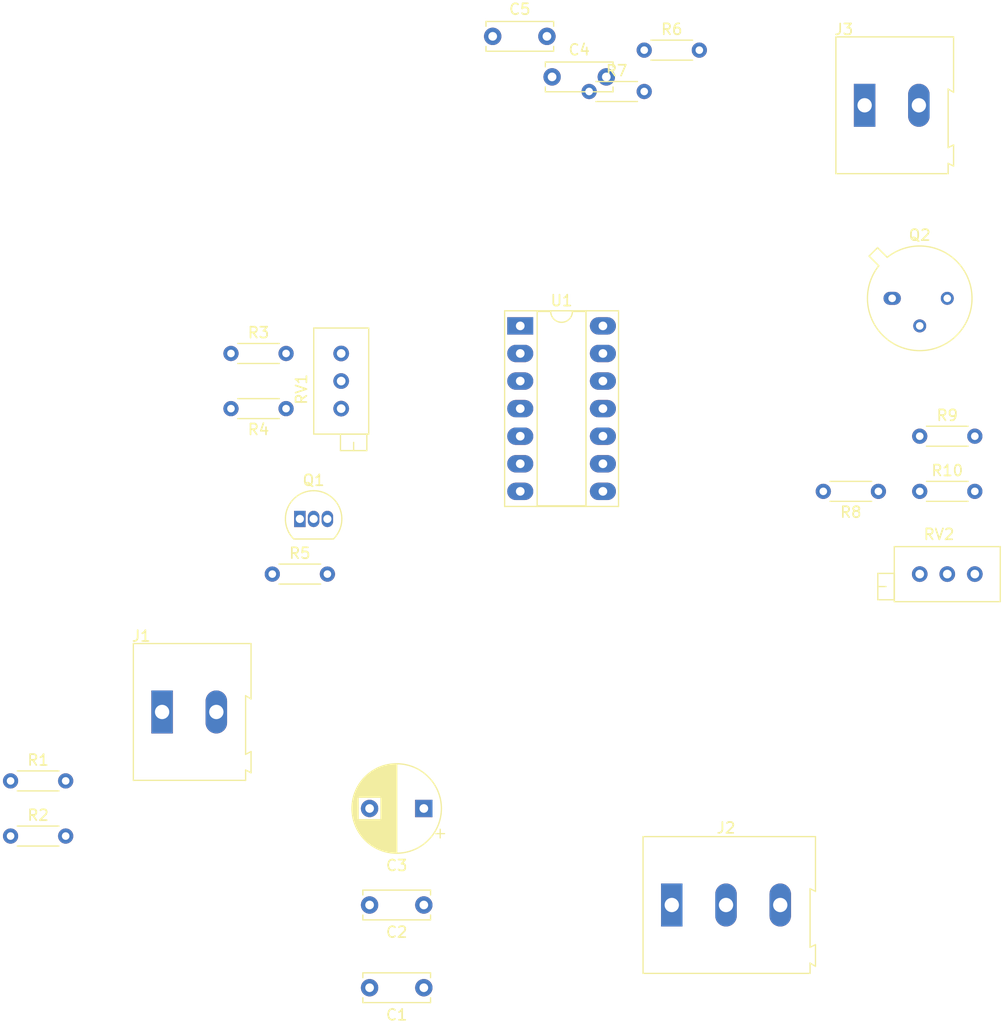
<source format=kicad_pcb>
(kicad_pcb (version 20171130) (host pcbnew "(5.0.0)")

  (general
    (thickness 1.6)
    (drawings 0)
    (tracks 0)
    (zones 0)
    (modules 23)
    (nets 21)
  )

  (page A4)
  (layers
    (0 F.Cu signal)
    (31 B.Cu signal)
    (32 B.Adhes user)
    (33 F.Adhes user)
    (34 B.Paste user)
    (35 F.Paste user)
    (36 B.SilkS user)
    (37 F.SilkS user)
    (38 B.Mask user)
    (39 F.Mask user)
    (40 Dwgs.User user)
    (41 Cmts.User user)
    (42 Eco1.User user)
    (43 Eco2.User user)
    (44 Edge.Cuts user)
    (45 Margin user)
    (46 B.CrtYd user)
    (47 F.CrtYd user)
    (48 B.Fab user)
    (49 F.Fab user)
  )

  (setup
    (last_trace_width 0.25)
    (trace_clearance 0.2)
    (zone_clearance 0.508)
    (zone_45_only no)
    (trace_min 0.2)
    (segment_width 0.2)
    (edge_width 0.15)
    (via_size 0.8)
    (via_drill 0.4)
    (via_min_size 0.4)
    (via_min_drill 0.3)
    (uvia_size 0.3)
    (uvia_drill 0.1)
    (uvias_allowed no)
    (uvia_min_size 0.2)
    (uvia_min_drill 0.1)
    (pcb_text_width 0.3)
    (pcb_text_size 1.5 1.5)
    (mod_edge_width 0.15)
    (mod_text_size 1 1)
    (mod_text_width 0.15)
    (pad_size 1.524 1.524)
    (pad_drill 0.762)
    (pad_to_mask_clearance 0.2)
    (aux_axis_origin 0 0)
    (visible_elements FFFFFF7F)
    (pcbplotparams
      (layerselection 0x010fc_ffffffff)
      (usegerberextensions false)
      (usegerberattributes false)
      (usegerberadvancedattributes false)
      (creategerberjobfile false)
      (excludeedgelayer true)
      (linewidth 0.100000)
      (plotframeref false)
      (viasonmask false)
      (mode 1)
      (useauxorigin false)
      (hpglpennumber 1)
      (hpglpenspeed 20)
      (hpglpendiameter 15.000000)
      (psnegative false)
      (psa4output false)
      (plotreference true)
      (plotvalue true)
      (plotinvisibletext false)
      (padsonsilk false)
      (subtractmaskfromsilk false)
      (outputformat 1)
      (mirror false)
      (drillshape 1)
      (scaleselection 1)
      (outputdirectory ""))
  )

  (net 0 "")
  (net 1 GND)
  (net 2 +5V)
  (net 3 +24V)
  (net 4 "Net-(C4-Pad1)")
  (net 5 "Net-(C5-Pad1)")
  (net 6 "Net-(J1-Pad1)")
  (net 7 "Net-(J1-Pad2)")
  (net 8 "Net-(J3-Pad2)")
  (net 9 "Net-(Q1-Pad2)")
  (net 10 "Net-(Q1-Pad3)")
  (net 11 "Net-(Q1-Pad1)")
  (net 12 "Net-(Q2-Pad1)")
  (net 13 "Net-(R3-Pad2)")
  (net 14 "Net-(R4-Pad1)")
  (net 15 "Net-(R6-Pad2)")
  (net 16 "Net-(R7-Pad1)")
  (net 17 "Net-(R8-Pad2)")
  (net 18 "Net-(R10-Pad2)")
  (net 19 "Net-(RV1-Pad2)")
  (net 20 "Net-(U1-Pad12)")

  (net_class Default "Esta es la clase de red por defecto."
    (clearance 0.2)
    (trace_width 0.25)
    (via_dia 0.8)
    (via_drill 0.4)
    (uvia_dia 0.3)
    (uvia_drill 0.1)
    (add_net +24V)
    (add_net +5V)
    (add_net GND)
    (add_net "Net-(C4-Pad1)")
    (add_net "Net-(C5-Pad1)")
    (add_net "Net-(J1-Pad1)")
    (add_net "Net-(J1-Pad2)")
    (add_net "Net-(J3-Pad2)")
    (add_net "Net-(Q1-Pad1)")
    (add_net "Net-(Q1-Pad2)")
    (add_net "Net-(Q1-Pad3)")
    (add_net "Net-(Q2-Pad1)")
    (add_net "Net-(R10-Pad2)")
    (add_net "Net-(R3-Pad2)")
    (add_net "Net-(R4-Pad1)")
    (add_net "Net-(R6-Pad2)")
    (add_net "Net-(R7-Pad1)")
    (add_net "Net-(R8-Pad2)")
    (add_net "Net-(RV1-Pad2)")
    (add_net "Net-(U1-Pad12)")
  )

  (module Capacitor_THT:C_Disc_D6.0mm_W2.5mm_P5.00mm (layer F.Cu) (tedit 5AE50EF0) (tstamp 5CC6D19A)
    (at 88.9 104.14 180)
    (descr "C, Disc series, Radial, pin pitch=5.00mm, , diameter*width=6*2.5mm^2, Capacitor, http://cdn-reichelt.de/documents/datenblatt/B300/DS_KERKO_TC.pdf")
    (tags "C Disc series Radial pin pitch 5.00mm  diameter 6mm width 2.5mm Capacitor")
    (path /5CBA6ED7)
    (fp_text reference C1 (at 2.5 -2.5 180) (layer F.SilkS)
      (effects (font (size 1 1) (thickness 0.15)))
    )
    (fp_text value 100nF (at 2.5 2.5 180) (layer F.Fab)
      (effects (font (size 1 1) (thickness 0.15)))
    )
    (fp_text user %R (at 2.5 0 180) (layer F.Fab)
      (effects (font (size 1 1) (thickness 0.15)))
    )
    (fp_line (start 6.05 -1.5) (end -1.05 -1.5) (layer F.CrtYd) (width 0.05))
    (fp_line (start 6.05 1.5) (end 6.05 -1.5) (layer F.CrtYd) (width 0.05))
    (fp_line (start -1.05 1.5) (end 6.05 1.5) (layer F.CrtYd) (width 0.05))
    (fp_line (start -1.05 -1.5) (end -1.05 1.5) (layer F.CrtYd) (width 0.05))
    (fp_line (start 5.62 0.925) (end 5.62 1.37) (layer F.SilkS) (width 0.12))
    (fp_line (start 5.62 -1.37) (end 5.62 -0.925) (layer F.SilkS) (width 0.12))
    (fp_line (start -0.62 0.925) (end -0.62 1.37) (layer F.SilkS) (width 0.12))
    (fp_line (start -0.62 -1.37) (end -0.62 -0.925) (layer F.SilkS) (width 0.12))
    (fp_line (start -0.62 1.37) (end 5.62 1.37) (layer F.SilkS) (width 0.12))
    (fp_line (start -0.62 -1.37) (end 5.62 -1.37) (layer F.SilkS) (width 0.12))
    (fp_line (start 5.5 -1.25) (end -0.5 -1.25) (layer F.Fab) (width 0.1))
    (fp_line (start 5.5 1.25) (end 5.5 -1.25) (layer F.Fab) (width 0.1))
    (fp_line (start -0.5 1.25) (end 5.5 1.25) (layer F.Fab) (width 0.1))
    (fp_line (start -0.5 -1.25) (end -0.5 1.25) (layer F.Fab) (width 0.1))
    (pad 2 thru_hole circle (at 5 0 180) (size 1.6 1.6) (drill 0.8) (layers *.Cu *.Mask)
      (net 1 GND))
    (pad 1 thru_hole circle (at 0 0 180) (size 1.6 1.6) (drill 0.8) (layers *.Cu *.Mask)
      (net 2 +5V))
    (model ${KISYS3DMOD}/Capacitor_THT.3dshapes/C_Disc_D6.0mm_W2.5mm_P5.00mm.wrl
      (at (xyz 0 0 0))
      (scale (xyz 1 1 1))
      (rotate (xyz 0 0 0))
    )
  )

  (module Capacitor_THT:C_Disc_D6.0mm_W2.5mm_P5.00mm (layer F.Cu) (tedit 5AE50EF0) (tstamp 5CC6D1AF)
    (at 88.9 96.52 180)
    (descr "C, Disc series, Radial, pin pitch=5.00mm, , diameter*width=6*2.5mm^2, Capacitor, http://cdn-reichelt.de/documents/datenblatt/B300/DS_KERKO_TC.pdf")
    (tags "C Disc series Radial pin pitch 5.00mm  diameter 6mm width 2.5mm Capacitor")
    (path /5CBA6F97)
    (fp_text reference C2 (at 2.5 -2.5 180) (layer F.SilkS)
      (effects (font (size 1 1) (thickness 0.15)))
    )
    (fp_text value 100nF (at 2.5 2.5 180) (layer F.Fab)
      (effects (font (size 1 1) (thickness 0.15)))
    )
    (fp_line (start -0.5 -1.25) (end -0.5 1.25) (layer F.Fab) (width 0.1))
    (fp_line (start -0.5 1.25) (end 5.5 1.25) (layer F.Fab) (width 0.1))
    (fp_line (start 5.5 1.25) (end 5.5 -1.25) (layer F.Fab) (width 0.1))
    (fp_line (start 5.5 -1.25) (end -0.5 -1.25) (layer F.Fab) (width 0.1))
    (fp_line (start -0.62 -1.37) (end 5.62 -1.37) (layer F.SilkS) (width 0.12))
    (fp_line (start -0.62 1.37) (end 5.62 1.37) (layer F.SilkS) (width 0.12))
    (fp_line (start -0.62 -1.37) (end -0.62 -0.925) (layer F.SilkS) (width 0.12))
    (fp_line (start -0.62 0.925) (end -0.62 1.37) (layer F.SilkS) (width 0.12))
    (fp_line (start 5.62 -1.37) (end 5.62 -0.925) (layer F.SilkS) (width 0.12))
    (fp_line (start 5.62 0.925) (end 5.62 1.37) (layer F.SilkS) (width 0.12))
    (fp_line (start -1.05 -1.5) (end -1.05 1.5) (layer F.CrtYd) (width 0.05))
    (fp_line (start -1.05 1.5) (end 6.05 1.5) (layer F.CrtYd) (width 0.05))
    (fp_line (start 6.05 1.5) (end 6.05 -1.5) (layer F.CrtYd) (width 0.05))
    (fp_line (start 6.05 -1.5) (end -1.05 -1.5) (layer F.CrtYd) (width 0.05))
    (fp_text user %R (at 2.5 0 180) (layer F.Fab)
      (effects (font (size 1 1) (thickness 0.15)))
    )
    (pad 1 thru_hole circle (at 0 0 180) (size 1.6 1.6) (drill 0.8) (layers *.Cu *.Mask)
      (net 3 +24V))
    (pad 2 thru_hole circle (at 5 0 180) (size 1.6 1.6) (drill 0.8) (layers *.Cu *.Mask)
      (net 1 GND))
    (model ${KISYS3DMOD}/Capacitor_THT.3dshapes/C_Disc_D6.0mm_W2.5mm_P5.00mm.wrl
      (at (xyz 0 0 0))
      (scale (xyz 1 1 1))
      (rotate (xyz 0 0 0))
    )
  )

  (module Capacitor_THT:CP_Radial_D8.0mm_P5.00mm (layer F.Cu) (tedit 5AE50EF0) (tstamp 5CC6D258)
    (at 88.9 87.63 180)
    (descr "CP, Radial series, Radial, pin pitch=5.00mm, , diameter=8mm, Electrolytic Capacitor")
    (tags "CP Radial series Radial pin pitch 5.00mm  diameter 8mm Electrolytic Capacitor")
    (path /5CBA7093)
    (fp_text reference C3 (at 2.5 -5.25 180) (layer F.SilkS)
      (effects (font (size 1 1) (thickness 0.15)))
    )
    (fp_text value 10uF (at 2.5 5.25 180) (layer F.Fab)
      (effects (font (size 1 1) (thickness 0.15)))
    )
    (fp_circle (center 2.5 0) (end 6.5 0) (layer F.Fab) (width 0.1))
    (fp_circle (center 2.5 0) (end 6.62 0) (layer F.SilkS) (width 0.12))
    (fp_circle (center 2.5 0) (end 6.75 0) (layer F.CrtYd) (width 0.05))
    (fp_line (start -0.926759 -1.7475) (end -0.126759 -1.7475) (layer F.Fab) (width 0.1))
    (fp_line (start -0.526759 -2.1475) (end -0.526759 -1.3475) (layer F.Fab) (width 0.1))
    (fp_line (start 2.5 -4.08) (end 2.5 4.08) (layer F.SilkS) (width 0.12))
    (fp_line (start 2.54 -4.08) (end 2.54 4.08) (layer F.SilkS) (width 0.12))
    (fp_line (start 2.58 -4.08) (end 2.58 4.08) (layer F.SilkS) (width 0.12))
    (fp_line (start 2.62 -4.079) (end 2.62 4.079) (layer F.SilkS) (width 0.12))
    (fp_line (start 2.66 -4.077) (end 2.66 4.077) (layer F.SilkS) (width 0.12))
    (fp_line (start 2.7 -4.076) (end 2.7 4.076) (layer F.SilkS) (width 0.12))
    (fp_line (start 2.74 -4.074) (end 2.74 4.074) (layer F.SilkS) (width 0.12))
    (fp_line (start 2.78 -4.071) (end 2.78 4.071) (layer F.SilkS) (width 0.12))
    (fp_line (start 2.82 -4.068) (end 2.82 4.068) (layer F.SilkS) (width 0.12))
    (fp_line (start 2.86 -4.065) (end 2.86 4.065) (layer F.SilkS) (width 0.12))
    (fp_line (start 2.9 -4.061) (end 2.9 4.061) (layer F.SilkS) (width 0.12))
    (fp_line (start 2.94 -4.057) (end 2.94 4.057) (layer F.SilkS) (width 0.12))
    (fp_line (start 2.98 -4.052) (end 2.98 4.052) (layer F.SilkS) (width 0.12))
    (fp_line (start 3.02 -4.048) (end 3.02 4.048) (layer F.SilkS) (width 0.12))
    (fp_line (start 3.06 -4.042) (end 3.06 4.042) (layer F.SilkS) (width 0.12))
    (fp_line (start 3.1 -4.037) (end 3.1 4.037) (layer F.SilkS) (width 0.12))
    (fp_line (start 3.14 -4.03) (end 3.14 4.03) (layer F.SilkS) (width 0.12))
    (fp_line (start 3.18 -4.024) (end 3.18 4.024) (layer F.SilkS) (width 0.12))
    (fp_line (start 3.221 -4.017) (end 3.221 4.017) (layer F.SilkS) (width 0.12))
    (fp_line (start 3.261 -4.01) (end 3.261 4.01) (layer F.SilkS) (width 0.12))
    (fp_line (start 3.301 -4.002) (end 3.301 4.002) (layer F.SilkS) (width 0.12))
    (fp_line (start 3.341 -3.994) (end 3.341 3.994) (layer F.SilkS) (width 0.12))
    (fp_line (start 3.381 -3.985) (end 3.381 3.985) (layer F.SilkS) (width 0.12))
    (fp_line (start 3.421 -3.976) (end 3.421 3.976) (layer F.SilkS) (width 0.12))
    (fp_line (start 3.461 -3.967) (end 3.461 3.967) (layer F.SilkS) (width 0.12))
    (fp_line (start 3.501 -3.957) (end 3.501 3.957) (layer F.SilkS) (width 0.12))
    (fp_line (start 3.541 -3.947) (end 3.541 3.947) (layer F.SilkS) (width 0.12))
    (fp_line (start 3.581 -3.936) (end 3.581 3.936) (layer F.SilkS) (width 0.12))
    (fp_line (start 3.621 -3.925) (end 3.621 3.925) (layer F.SilkS) (width 0.12))
    (fp_line (start 3.661 -3.914) (end 3.661 3.914) (layer F.SilkS) (width 0.12))
    (fp_line (start 3.701 -3.902) (end 3.701 3.902) (layer F.SilkS) (width 0.12))
    (fp_line (start 3.741 -3.889) (end 3.741 3.889) (layer F.SilkS) (width 0.12))
    (fp_line (start 3.781 -3.877) (end 3.781 3.877) (layer F.SilkS) (width 0.12))
    (fp_line (start 3.821 -3.863) (end 3.821 3.863) (layer F.SilkS) (width 0.12))
    (fp_line (start 3.861 -3.85) (end 3.861 3.85) (layer F.SilkS) (width 0.12))
    (fp_line (start 3.901 -3.835) (end 3.901 3.835) (layer F.SilkS) (width 0.12))
    (fp_line (start 3.941 -3.821) (end 3.941 3.821) (layer F.SilkS) (width 0.12))
    (fp_line (start 3.981 -3.805) (end 3.981 -1.04) (layer F.SilkS) (width 0.12))
    (fp_line (start 3.981 1.04) (end 3.981 3.805) (layer F.SilkS) (width 0.12))
    (fp_line (start 4.021 -3.79) (end 4.021 -1.04) (layer F.SilkS) (width 0.12))
    (fp_line (start 4.021 1.04) (end 4.021 3.79) (layer F.SilkS) (width 0.12))
    (fp_line (start 4.061 -3.774) (end 4.061 -1.04) (layer F.SilkS) (width 0.12))
    (fp_line (start 4.061 1.04) (end 4.061 3.774) (layer F.SilkS) (width 0.12))
    (fp_line (start 4.101 -3.757) (end 4.101 -1.04) (layer F.SilkS) (width 0.12))
    (fp_line (start 4.101 1.04) (end 4.101 3.757) (layer F.SilkS) (width 0.12))
    (fp_line (start 4.141 -3.74) (end 4.141 -1.04) (layer F.SilkS) (width 0.12))
    (fp_line (start 4.141 1.04) (end 4.141 3.74) (layer F.SilkS) (width 0.12))
    (fp_line (start 4.181 -3.722) (end 4.181 -1.04) (layer F.SilkS) (width 0.12))
    (fp_line (start 4.181 1.04) (end 4.181 3.722) (layer F.SilkS) (width 0.12))
    (fp_line (start 4.221 -3.704) (end 4.221 -1.04) (layer F.SilkS) (width 0.12))
    (fp_line (start 4.221 1.04) (end 4.221 3.704) (layer F.SilkS) (width 0.12))
    (fp_line (start 4.261 -3.686) (end 4.261 -1.04) (layer F.SilkS) (width 0.12))
    (fp_line (start 4.261 1.04) (end 4.261 3.686) (layer F.SilkS) (width 0.12))
    (fp_line (start 4.301 -3.666) (end 4.301 -1.04) (layer F.SilkS) (width 0.12))
    (fp_line (start 4.301 1.04) (end 4.301 3.666) (layer F.SilkS) (width 0.12))
    (fp_line (start 4.341 -3.647) (end 4.341 -1.04) (layer F.SilkS) (width 0.12))
    (fp_line (start 4.341 1.04) (end 4.341 3.647) (layer F.SilkS) (width 0.12))
    (fp_line (start 4.381 -3.627) (end 4.381 -1.04) (layer F.SilkS) (width 0.12))
    (fp_line (start 4.381 1.04) (end 4.381 3.627) (layer F.SilkS) (width 0.12))
    (fp_line (start 4.421 -3.606) (end 4.421 -1.04) (layer F.SilkS) (width 0.12))
    (fp_line (start 4.421 1.04) (end 4.421 3.606) (layer F.SilkS) (width 0.12))
    (fp_line (start 4.461 -3.584) (end 4.461 -1.04) (layer F.SilkS) (width 0.12))
    (fp_line (start 4.461 1.04) (end 4.461 3.584) (layer F.SilkS) (width 0.12))
    (fp_line (start 4.501 -3.562) (end 4.501 -1.04) (layer F.SilkS) (width 0.12))
    (fp_line (start 4.501 1.04) (end 4.501 3.562) (layer F.SilkS) (width 0.12))
    (fp_line (start 4.541 -3.54) (end 4.541 -1.04) (layer F.SilkS) (width 0.12))
    (fp_line (start 4.541 1.04) (end 4.541 3.54) (layer F.SilkS) (width 0.12))
    (fp_line (start 4.581 -3.517) (end 4.581 -1.04) (layer F.SilkS) (width 0.12))
    (fp_line (start 4.581 1.04) (end 4.581 3.517) (layer F.SilkS) (width 0.12))
    (fp_line (start 4.621 -3.493) (end 4.621 -1.04) (layer F.SilkS) (width 0.12))
    (fp_line (start 4.621 1.04) (end 4.621 3.493) (layer F.SilkS) (width 0.12))
    (fp_line (start 4.661 -3.469) (end 4.661 -1.04) (layer F.SilkS) (width 0.12))
    (fp_line (start 4.661 1.04) (end 4.661 3.469) (layer F.SilkS) (width 0.12))
    (fp_line (start 4.701 -3.444) (end 4.701 -1.04) (layer F.SilkS) (width 0.12))
    (fp_line (start 4.701 1.04) (end 4.701 3.444) (layer F.SilkS) (width 0.12))
    (fp_line (start 4.741 -3.418) (end 4.741 -1.04) (layer F.SilkS) (width 0.12))
    (fp_line (start 4.741 1.04) (end 4.741 3.418) (layer F.SilkS) (width 0.12))
    (fp_line (start 4.781 -3.392) (end 4.781 -1.04) (layer F.SilkS) (width 0.12))
    (fp_line (start 4.781 1.04) (end 4.781 3.392) (layer F.SilkS) (width 0.12))
    (fp_line (start 4.821 -3.365) (end 4.821 -1.04) (layer F.SilkS) (width 0.12))
    (fp_line (start 4.821 1.04) (end 4.821 3.365) (layer F.SilkS) (width 0.12))
    (fp_line (start 4.861 -3.338) (end 4.861 -1.04) (layer F.SilkS) (width 0.12))
    (fp_line (start 4.861 1.04) (end 4.861 3.338) (layer F.SilkS) (width 0.12))
    (fp_line (start 4.901 -3.309) (end 4.901 -1.04) (layer F.SilkS) (width 0.12))
    (fp_line (start 4.901 1.04) (end 4.901 3.309) (layer F.SilkS) (width 0.12))
    (fp_line (start 4.941 -3.28) (end 4.941 -1.04) (layer F.SilkS) (width 0.12))
    (fp_line (start 4.941 1.04) (end 4.941 3.28) (layer F.SilkS) (width 0.12))
    (fp_line (start 4.981 -3.25) (end 4.981 -1.04) (layer F.SilkS) (width 0.12))
    (fp_line (start 4.981 1.04) (end 4.981 3.25) (layer F.SilkS) (width 0.12))
    (fp_line (start 5.021 -3.22) (end 5.021 -1.04) (layer F.SilkS) (width 0.12))
    (fp_line (start 5.021 1.04) (end 5.021 3.22) (layer F.SilkS) (width 0.12))
    (fp_line (start 5.061 -3.189) (end 5.061 -1.04) (layer F.SilkS) (width 0.12))
    (fp_line (start 5.061 1.04) (end 5.061 3.189) (layer F.SilkS) (width 0.12))
    (fp_line (start 5.101 -3.156) (end 5.101 -1.04) (layer F.SilkS) (width 0.12))
    (fp_line (start 5.101 1.04) (end 5.101 3.156) (layer F.SilkS) (width 0.12))
    (fp_line (start 5.141 -3.124) (end 5.141 -1.04) (layer F.SilkS) (width 0.12))
    (fp_line (start 5.141 1.04) (end 5.141 3.124) (layer F.SilkS) (width 0.12))
    (fp_line (start 5.181 -3.09) (end 5.181 -1.04) (layer F.SilkS) (width 0.12))
    (fp_line (start 5.181 1.04) (end 5.181 3.09) (layer F.SilkS) (width 0.12))
    (fp_line (start 5.221 -3.055) (end 5.221 -1.04) (layer F.SilkS) (width 0.12))
    (fp_line (start 5.221 1.04) (end 5.221 3.055) (layer F.SilkS) (width 0.12))
    (fp_line (start 5.261 -3.019) (end 5.261 -1.04) (layer F.SilkS) (width 0.12))
    (fp_line (start 5.261 1.04) (end 5.261 3.019) (layer F.SilkS) (width 0.12))
    (fp_line (start 5.301 -2.983) (end 5.301 -1.04) (layer F.SilkS) (width 0.12))
    (fp_line (start 5.301 1.04) (end 5.301 2.983) (layer F.SilkS) (width 0.12))
    (fp_line (start 5.341 -2.945) (end 5.341 -1.04) (layer F.SilkS) (width 0.12))
    (fp_line (start 5.341 1.04) (end 5.341 2.945) (layer F.SilkS) (width 0.12))
    (fp_line (start 5.381 -2.907) (end 5.381 -1.04) (layer F.SilkS) (width 0.12))
    (fp_line (start 5.381 1.04) (end 5.381 2.907) (layer F.SilkS) (width 0.12))
    (fp_line (start 5.421 -2.867) (end 5.421 -1.04) (layer F.SilkS) (width 0.12))
    (fp_line (start 5.421 1.04) (end 5.421 2.867) (layer F.SilkS) (width 0.12))
    (fp_line (start 5.461 -2.826) (end 5.461 -1.04) (layer F.SilkS) (width 0.12))
    (fp_line (start 5.461 1.04) (end 5.461 2.826) (layer F.SilkS) (width 0.12))
    (fp_line (start 5.501 -2.784) (end 5.501 -1.04) (layer F.SilkS) (width 0.12))
    (fp_line (start 5.501 1.04) (end 5.501 2.784) (layer F.SilkS) (width 0.12))
    (fp_line (start 5.541 -2.741) (end 5.541 -1.04) (layer F.SilkS) (width 0.12))
    (fp_line (start 5.541 1.04) (end 5.541 2.741) (layer F.SilkS) (width 0.12))
    (fp_line (start 5.581 -2.697) (end 5.581 -1.04) (layer F.SilkS) (width 0.12))
    (fp_line (start 5.581 1.04) (end 5.581 2.697) (layer F.SilkS) (width 0.12))
    (fp_line (start 5.621 -2.651) (end 5.621 -1.04) (layer F.SilkS) (width 0.12))
    (fp_line (start 5.621 1.04) (end 5.621 2.651) (layer F.SilkS) (width 0.12))
    (fp_line (start 5.661 -2.604) (end 5.661 -1.04) (layer F.SilkS) (width 0.12))
    (fp_line (start 5.661 1.04) (end 5.661 2.604) (layer F.SilkS) (width 0.12))
    (fp_line (start 5.701 -2.556) (end 5.701 -1.04) (layer F.SilkS) (width 0.12))
    (fp_line (start 5.701 1.04) (end 5.701 2.556) (layer F.SilkS) (width 0.12))
    (fp_line (start 5.741 -2.505) (end 5.741 -1.04) (layer F.SilkS) (width 0.12))
    (fp_line (start 5.741 1.04) (end 5.741 2.505) (layer F.SilkS) (width 0.12))
    (fp_line (start 5.781 -2.454) (end 5.781 -1.04) (layer F.SilkS) (width 0.12))
    (fp_line (start 5.781 1.04) (end 5.781 2.454) (layer F.SilkS) (width 0.12))
    (fp_line (start 5.821 -2.4) (end 5.821 -1.04) (layer F.SilkS) (width 0.12))
    (fp_line (start 5.821 1.04) (end 5.821 2.4) (layer F.SilkS) (width 0.12))
    (fp_line (start 5.861 -2.345) (end 5.861 -1.04) (layer F.SilkS) (width 0.12))
    (fp_line (start 5.861 1.04) (end 5.861 2.345) (layer F.SilkS) (width 0.12))
    (fp_line (start 5.901 -2.287) (end 5.901 -1.04) (layer F.SilkS) (width 0.12))
    (fp_line (start 5.901 1.04) (end 5.901 2.287) (layer F.SilkS) (width 0.12))
    (fp_line (start 5.941 -2.228) (end 5.941 -1.04) (layer F.SilkS) (width 0.12))
    (fp_line (start 5.941 1.04) (end 5.941 2.228) (layer F.SilkS) (width 0.12))
    (fp_line (start 5.981 -2.166) (end 5.981 -1.04) (layer F.SilkS) (width 0.12))
    (fp_line (start 5.981 1.04) (end 5.981 2.166) (layer F.SilkS) (width 0.12))
    (fp_line (start 6.021 -2.102) (end 6.021 -1.04) (layer F.SilkS) (width 0.12))
    (fp_line (start 6.021 1.04) (end 6.021 2.102) (layer F.SilkS) (width 0.12))
    (fp_line (start 6.061 -2.034) (end 6.061 2.034) (layer F.SilkS) (width 0.12))
    (fp_line (start 6.101 -1.964) (end 6.101 1.964) (layer F.SilkS) (width 0.12))
    (fp_line (start 6.141 -1.89) (end 6.141 1.89) (layer F.SilkS) (width 0.12))
    (fp_line (start 6.181 -1.813) (end 6.181 1.813) (layer F.SilkS) (width 0.12))
    (fp_line (start 6.221 -1.731) (end 6.221 1.731) (layer F.SilkS) (width 0.12))
    (fp_line (start 6.261 -1.645) (end 6.261 1.645) (layer F.SilkS) (width 0.12))
    (fp_line (start 6.301 -1.552) (end 6.301 1.552) (layer F.SilkS) (width 0.12))
    (fp_line (start 6.341 -1.453) (end 6.341 1.453) (layer F.SilkS) (width 0.12))
    (fp_line (start 6.381 -1.346) (end 6.381 1.346) (layer F.SilkS) (width 0.12))
    (fp_line (start 6.421 -1.229) (end 6.421 1.229) (layer F.SilkS) (width 0.12))
    (fp_line (start 6.461 -1.098) (end 6.461 1.098) (layer F.SilkS) (width 0.12))
    (fp_line (start 6.501 -0.948) (end 6.501 0.948) (layer F.SilkS) (width 0.12))
    (fp_line (start 6.541 -0.768) (end 6.541 0.768) (layer F.SilkS) (width 0.12))
    (fp_line (start 6.581 -0.533) (end 6.581 0.533) (layer F.SilkS) (width 0.12))
    (fp_line (start -1.909698 -2.315) (end -1.109698 -2.315) (layer F.SilkS) (width 0.12))
    (fp_line (start -1.509698 -2.715) (end -1.509698 -1.915) (layer F.SilkS) (width 0.12))
    (fp_text user %R (at 2.5 0 180) (layer F.Fab)
      (effects (font (size 1 1) (thickness 0.15)))
    )
    (pad 1 thru_hole rect (at 0 0 180) (size 1.6 1.6) (drill 0.8) (layers *.Cu *.Mask)
      (net 3 +24V))
    (pad 2 thru_hole circle (at 5 0 180) (size 1.6 1.6) (drill 0.8) (layers *.Cu *.Mask)
      (net 1 GND))
    (model ${KISYS3DMOD}/Capacitor_THT.3dshapes/CP_Radial_D8.0mm_P5.00mm.wrl
      (at (xyz 0 0 0))
      (scale (xyz 1 1 1))
      (rotate (xyz 0 0 0))
    )
  )

  (module Capacitor_THT:C_Disc_D6.0mm_W2.5mm_P5.00mm (layer F.Cu) (tedit 5AE50EF0) (tstamp 5CC6D26D)
    (at 100.725001 20.245001)
    (descr "C, Disc series, Radial, pin pitch=5.00mm, , diameter*width=6*2.5mm^2, Capacitor, http://cdn-reichelt.de/documents/datenblatt/B300/DS_KERKO_TC.pdf")
    (tags "C Disc series Radial pin pitch 5.00mm  diameter 6mm width 2.5mm Capacitor")
    (path /5CBAAA6D)
    (fp_text reference C4 (at 2.5 -2.5) (layer F.SilkS)
      (effects (font (size 1 1) (thickness 0.15)))
    )
    (fp_text value 100nF (at 2.5 2.5) (layer F.Fab)
      (effects (font (size 1 1) (thickness 0.15)))
    )
    (fp_text user %R (at 2.5 0) (layer F.Fab)
      (effects (font (size 1 1) (thickness 0.15)))
    )
    (fp_line (start 6.05 -1.5) (end -1.05 -1.5) (layer F.CrtYd) (width 0.05))
    (fp_line (start 6.05 1.5) (end 6.05 -1.5) (layer F.CrtYd) (width 0.05))
    (fp_line (start -1.05 1.5) (end 6.05 1.5) (layer F.CrtYd) (width 0.05))
    (fp_line (start -1.05 -1.5) (end -1.05 1.5) (layer F.CrtYd) (width 0.05))
    (fp_line (start 5.62 0.925) (end 5.62 1.37) (layer F.SilkS) (width 0.12))
    (fp_line (start 5.62 -1.37) (end 5.62 -0.925) (layer F.SilkS) (width 0.12))
    (fp_line (start -0.62 0.925) (end -0.62 1.37) (layer F.SilkS) (width 0.12))
    (fp_line (start -0.62 -1.37) (end -0.62 -0.925) (layer F.SilkS) (width 0.12))
    (fp_line (start -0.62 1.37) (end 5.62 1.37) (layer F.SilkS) (width 0.12))
    (fp_line (start -0.62 -1.37) (end 5.62 -1.37) (layer F.SilkS) (width 0.12))
    (fp_line (start 5.5 -1.25) (end -0.5 -1.25) (layer F.Fab) (width 0.1))
    (fp_line (start 5.5 1.25) (end 5.5 -1.25) (layer F.Fab) (width 0.1))
    (fp_line (start -0.5 1.25) (end 5.5 1.25) (layer F.Fab) (width 0.1))
    (fp_line (start -0.5 -1.25) (end -0.5 1.25) (layer F.Fab) (width 0.1))
    (pad 2 thru_hole circle (at 5 0) (size 1.6 1.6) (drill 0.8) (layers *.Cu *.Mask)
      (net 1 GND))
    (pad 1 thru_hole circle (at 0 0) (size 1.6 1.6) (drill 0.8) (layers *.Cu *.Mask)
      (net 4 "Net-(C4-Pad1)"))
    (model ${KISYS3DMOD}/Capacitor_THT.3dshapes/C_Disc_D6.0mm_W2.5mm_P5.00mm.wrl
      (at (xyz 0 0 0))
      (scale (xyz 1 1 1))
      (rotate (xyz 0 0 0))
    )
  )

  (module Capacitor_THT:C_Disc_D6.0mm_W2.5mm_P5.00mm (layer F.Cu) (tedit 5AE50EF0) (tstamp 5CC6D282)
    (at 95.25 16.51)
    (descr "C, Disc series, Radial, pin pitch=5.00mm, , diameter*width=6*2.5mm^2, Capacitor, http://cdn-reichelt.de/documents/datenblatt/B300/DS_KERKO_TC.pdf")
    (tags "C Disc series Radial pin pitch 5.00mm  diameter 6mm width 2.5mm Capacitor")
    (path /5CBAA8CC)
    (fp_text reference C5 (at 2.5 -2.5) (layer F.SilkS)
      (effects (font (size 1 1) (thickness 0.15)))
    )
    (fp_text value 200nF (at 2.5 2.5) (layer F.Fab)
      (effects (font (size 1 1) (thickness 0.15)))
    )
    (fp_line (start -0.5 -1.25) (end -0.5 1.25) (layer F.Fab) (width 0.1))
    (fp_line (start -0.5 1.25) (end 5.5 1.25) (layer F.Fab) (width 0.1))
    (fp_line (start 5.5 1.25) (end 5.5 -1.25) (layer F.Fab) (width 0.1))
    (fp_line (start 5.5 -1.25) (end -0.5 -1.25) (layer F.Fab) (width 0.1))
    (fp_line (start -0.62 -1.37) (end 5.62 -1.37) (layer F.SilkS) (width 0.12))
    (fp_line (start -0.62 1.37) (end 5.62 1.37) (layer F.SilkS) (width 0.12))
    (fp_line (start -0.62 -1.37) (end -0.62 -0.925) (layer F.SilkS) (width 0.12))
    (fp_line (start -0.62 0.925) (end -0.62 1.37) (layer F.SilkS) (width 0.12))
    (fp_line (start 5.62 -1.37) (end 5.62 -0.925) (layer F.SilkS) (width 0.12))
    (fp_line (start 5.62 0.925) (end 5.62 1.37) (layer F.SilkS) (width 0.12))
    (fp_line (start -1.05 -1.5) (end -1.05 1.5) (layer F.CrtYd) (width 0.05))
    (fp_line (start -1.05 1.5) (end 6.05 1.5) (layer F.CrtYd) (width 0.05))
    (fp_line (start 6.05 1.5) (end 6.05 -1.5) (layer F.CrtYd) (width 0.05))
    (fp_line (start 6.05 -1.5) (end -1.05 -1.5) (layer F.CrtYd) (width 0.05))
    (fp_text user %R (at 2.5 0) (layer F.Fab)
      (effects (font (size 1 1) (thickness 0.15)))
    )
    (pad 1 thru_hole circle (at 0 0) (size 1.6 1.6) (drill 0.8) (layers *.Cu *.Mask)
      (net 5 "Net-(C5-Pad1)"))
    (pad 2 thru_hole circle (at 5 0) (size 1.6 1.6) (drill 0.8) (layers *.Cu *.Mask)
      (net 4 "Net-(C4-Pad1)"))
    (model ${KISYS3DMOD}/Capacitor_THT.3dshapes/C_Disc_D6.0mm_W2.5mm_P5.00mm.wrl
      (at (xyz 0 0 0))
      (scale (xyz 1 1 1))
      (rotate (xyz 0 0 0))
    )
  )

  (module TerminalBlock:TerminalBlock_Altech_AK300-2_P5.00mm (layer F.Cu) (tedit 59FF0306) (tstamp 5CC6D2E9)
    (at 64.77 78.74)
    (descr "Altech AK300 terminal block, pitch 5.0mm, 45 degree angled, see http://www.mouser.com/ds/2/16/PCBMETRC-24178.pdf")
    (tags "Altech AK300 terminal block pitch 5.0mm")
    (path /5CBBB25E)
    (fp_text reference J1 (at -1.92 -6.99) (layer F.SilkS)
      (effects (font (size 1 1) (thickness 0.15)))
    )
    (fp_text value Screw_Terminal_01x02 (at 2.78 7.75) (layer F.Fab)
      (effects (font (size 1 1) (thickness 0.15)))
    )
    (fp_text user %R (at 2.5 -2) (layer F.Fab)
      (effects (font (size 1 1) (thickness 0.15)))
    )
    (fp_line (start -2.65 -6.3) (end -2.65 6.3) (layer F.SilkS) (width 0.12))
    (fp_line (start -2.65 6.3) (end 7.7 6.3) (layer F.SilkS) (width 0.12))
    (fp_line (start 7.7 6.3) (end 7.7 5.35) (layer F.SilkS) (width 0.12))
    (fp_line (start 7.7 5.35) (end 8.2 5.6) (layer F.SilkS) (width 0.12))
    (fp_line (start 8.2 5.6) (end 8.2 3.7) (layer F.SilkS) (width 0.12))
    (fp_line (start 8.2 3.7) (end 8.2 3.65) (layer F.SilkS) (width 0.12))
    (fp_line (start 8.2 3.65) (end 7.7 3.9) (layer F.SilkS) (width 0.12))
    (fp_line (start 7.7 3.9) (end 7.7 -1.5) (layer F.SilkS) (width 0.12))
    (fp_line (start 7.7 -1.5) (end 8.2 -1.2) (layer F.SilkS) (width 0.12))
    (fp_line (start 8.2 -1.2) (end 8.2 -6.3) (layer F.SilkS) (width 0.12))
    (fp_line (start 8.2 -6.3) (end -2.65 -6.3) (layer F.SilkS) (width 0.12))
    (fp_line (start -1.26 2.54) (end 1.28 2.54) (layer F.Fab) (width 0.1))
    (fp_line (start 1.28 2.54) (end 1.28 -0.25) (layer F.Fab) (width 0.1))
    (fp_line (start -1.26 -0.25) (end 1.28 -0.25) (layer F.Fab) (width 0.1))
    (fp_line (start -1.26 2.54) (end -1.26 -0.25) (layer F.Fab) (width 0.1))
    (fp_line (start 3.74 2.54) (end 6.28 2.54) (layer F.Fab) (width 0.1))
    (fp_line (start 6.28 2.54) (end 6.28 -0.25) (layer F.Fab) (width 0.1))
    (fp_line (start 3.74 -0.25) (end 6.28 -0.25) (layer F.Fab) (width 0.1))
    (fp_line (start 3.74 2.54) (end 3.74 -0.25) (layer F.Fab) (width 0.1))
    (fp_line (start 7.61 -6.22) (end 7.61 -3.17) (layer F.Fab) (width 0.1))
    (fp_line (start 7.61 -6.22) (end -2.58 -6.22) (layer F.Fab) (width 0.1))
    (fp_line (start 7.61 -6.22) (end 8.11 -6.22) (layer F.Fab) (width 0.1))
    (fp_line (start 8.11 -6.22) (end 8.11 -1.4) (layer F.Fab) (width 0.1))
    (fp_line (start 8.11 -1.4) (end 7.61 -1.65) (layer F.Fab) (width 0.1))
    (fp_line (start 8.11 5.46) (end 7.61 5.21) (layer F.Fab) (width 0.1))
    (fp_line (start 7.61 5.21) (end 7.61 6.22) (layer F.Fab) (width 0.1))
    (fp_line (start 8.11 3.81) (end 7.61 4.06) (layer F.Fab) (width 0.1))
    (fp_line (start 7.61 4.06) (end 7.61 5.21) (layer F.Fab) (width 0.1))
    (fp_line (start 8.11 3.81) (end 8.11 5.46) (layer F.Fab) (width 0.1))
    (fp_line (start 2.98 6.22) (end 2.98 4.32) (layer F.Fab) (width 0.1))
    (fp_line (start 7.05 -0.25) (end 7.05 4.32) (layer F.Fab) (width 0.1))
    (fp_line (start 2.98 6.22) (end 7.05 6.22) (layer F.Fab) (width 0.1))
    (fp_line (start 7.05 6.22) (end 7.61 6.22) (layer F.Fab) (width 0.1))
    (fp_line (start 2.04 6.22) (end 2.04 4.32) (layer F.Fab) (width 0.1))
    (fp_line (start 2.04 6.22) (end 2.98 6.22) (layer F.Fab) (width 0.1))
    (fp_line (start -2.02 -0.25) (end -2.02 4.32) (layer F.Fab) (width 0.1))
    (fp_line (start -2.58 6.22) (end -2.02 6.22) (layer F.Fab) (width 0.1))
    (fp_line (start -2.02 6.22) (end 2.04 6.22) (layer F.Fab) (width 0.1))
    (fp_line (start 2.98 4.32) (end 7.05 4.32) (layer F.Fab) (width 0.1))
    (fp_line (start 2.98 4.32) (end 2.98 -0.25) (layer F.Fab) (width 0.1))
    (fp_line (start 7.05 4.32) (end 7.05 6.22) (layer F.Fab) (width 0.1))
    (fp_line (start 2.04 4.32) (end -2.02 4.32) (layer F.Fab) (width 0.1))
    (fp_line (start 2.04 4.32) (end 2.04 -0.25) (layer F.Fab) (width 0.1))
    (fp_line (start -2.02 4.32) (end -2.02 6.22) (layer F.Fab) (width 0.1))
    (fp_line (start 6.67 3.68) (end 6.67 0.51) (layer F.Fab) (width 0.1))
    (fp_line (start 6.67 3.68) (end 3.36 3.68) (layer F.Fab) (width 0.1))
    (fp_line (start 3.36 3.68) (end 3.36 0.51) (layer F.Fab) (width 0.1))
    (fp_line (start 1.66 3.68) (end 1.66 0.51) (layer F.Fab) (width 0.1))
    (fp_line (start 1.66 3.68) (end -1.64 3.68) (layer F.Fab) (width 0.1))
    (fp_line (start -1.64 3.68) (end -1.64 0.51) (layer F.Fab) (width 0.1))
    (fp_line (start -1.64 0.51) (end -1.26 0.51) (layer F.Fab) (width 0.1))
    (fp_line (start 1.66 0.51) (end 1.28 0.51) (layer F.Fab) (width 0.1))
    (fp_line (start 3.36 0.51) (end 3.74 0.51) (layer F.Fab) (width 0.1))
    (fp_line (start 6.67 0.51) (end 6.28 0.51) (layer F.Fab) (width 0.1))
    (fp_line (start -2.58 6.22) (end -2.58 -0.64) (layer F.Fab) (width 0.1))
    (fp_line (start -2.58 -0.64) (end -2.58 -3.17) (layer F.Fab) (width 0.1))
    (fp_line (start 7.61 -1.65) (end 7.61 -0.64) (layer F.Fab) (width 0.1))
    (fp_line (start 7.61 -0.64) (end 7.61 4.06) (layer F.Fab) (width 0.1))
    (fp_line (start -2.58 -3.17) (end 7.61 -3.17) (layer F.Fab) (width 0.1))
    (fp_line (start -2.58 -3.17) (end -2.58 -6.22) (layer F.Fab) (width 0.1))
    (fp_line (start 7.61 -3.17) (end 7.61 -1.65) (layer F.Fab) (width 0.1))
    (fp_line (start 2.98 -3.43) (end 2.98 -5.97) (layer F.Fab) (width 0.1))
    (fp_line (start 2.98 -5.97) (end 7.05 -5.97) (layer F.Fab) (width 0.1))
    (fp_line (start 7.05 -5.97) (end 7.05 -3.43) (layer F.Fab) (width 0.1))
    (fp_line (start 7.05 -3.43) (end 2.98 -3.43) (layer F.Fab) (width 0.1))
    (fp_line (start 2.04 -3.43) (end 2.04 -5.97) (layer F.Fab) (width 0.1))
    (fp_line (start 2.04 -3.43) (end -2.02 -3.43) (layer F.Fab) (width 0.1))
    (fp_line (start -2.02 -3.43) (end -2.02 -5.97) (layer F.Fab) (width 0.1))
    (fp_line (start 2.04 -5.97) (end -2.02 -5.97) (layer F.Fab) (width 0.1))
    (fp_line (start 3.39 -4.45) (end 6.44 -5.08) (layer F.Fab) (width 0.1))
    (fp_line (start 3.52 -4.32) (end 6.56 -4.95) (layer F.Fab) (width 0.1))
    (fp_line (start -1.62 -4.45) (end 1.44 -5.08) (layer F.Fab) (width 0.1))
    (fp_line (start -1.49 -4.32) (end 1.56 -4.95) (layer F.Fab) (width 0.1))
    (fp_line (start -2.02 -0.25) (end -1.64 -0.25) (layer F.Fab) (width 0.1))
    (fp_line (start 2.04 -0.25) (end 1.66 -0.25) (layer F.Fab) (width 0.1))
    (fp_line (start 1.66 -0.25) (end -1.64 -0.25) (layer F.Fab) (width 0.1))
    (fp_line (start -2.58 -0.64) (end -1.64 -0.64) (layer F.Fab) (width 0.1))
    (fp_line (start -1.64 -0.64) (end 1.66 -0.64) (layer F.Fab) (width 0.1))
    (fp_line (start 1.66 -0.64) (end 3.36 -0.64) (layer F.Fab) (width 0.1))
    (fp_line (start 7.61 -0.64) (end 6.67 -0.64) (layer F.Fab) (width 0.1))
    (fp_line (start 6.67 -0.64) (end 3.36 -0.64) (layer F.Fab) (width 0.1))
    (fp_line (start 7.05 -0.25) (end 6.67 -0.25) (layer F.Fab) (width 0.1))
    (fp_line (start 2.98 -0.25) (end 3.36 -0.25) (layer F.Fab) (width 0.1))
    (fp_line (start 3.36 -0.25) (end 6.67 -0.25) (layer F.Fab) (width 0.1))
    (fp_line (start -2.83 -6.47) (end 8.36 -6.47) (layer F.CrtYd) (width 0.05))
    (fp_line (start -2.83 -6.47) (end -2.83 6.47) (layer F.CrtYd) (width 0.05))
    (fp_line (start 8.36 6.47) (end 8.36 -6.47) (layer F.CrtYd) (width 0.05))
    (fp_line (start 8.36 6.47) (end -2.83 6.47) (layer F.CrtYd) (width 0.05))
    (fp_arc (start 6.03 -4.59) (end 6.54 -5.05) (angle 90.5) (layer F.Fab) (width 0.1))
    (fp_arc (start 5.07 -6.07) (end 6.53 -4.12) (angle 75.5) (layer F.Fab) (width 0.1))
    (fp_arc (start 4.99 -3.71) (end 3.39 -5) (angle 100) (layer F.Fab) (width 0.1))
    (fp_arc (start 3.87 -4.65) (end 3.58 -4.13) (angle 104.2) (layer F.Fab) (width 0.1))
    (fp_arc (start 1.03 -4.59) (end 1.53 -5.05) (angle 90.5) (layer F.Fab) (width 0.1))
    (fp_arc (start 0.06 -6.07) (end 1.53 -4.12) (angle 75.5) (layer F.Fab) (width 0.1))
    (fp_arc (start -0.01 -3.71) (end -1.62 -5) (angle 100) (layer F.Fab) (width 0.1))
    (fp_arc (start -1.13 -4.65) (end -1.42 -4.13) (angle 104.2) (layer F.Fab) (width 0.1))
    (pad 1 thru_hole rect (at 0 0) (size 1.98 3.96) (drill 1.32) (layers *.Cu *.Mask)
      (net 6 "Net-(J1-Pad1)"))
    (pad 2 thru_hole oval (at 5 0) (size 1.98 3.96) (drill 1.32) (layers *.Cu *.Mask)
      (net 7 "Net-(J1-Pad2)"))
    (model ${KISYS3DMOD}/TerminalBlock.3dshapes/TerminalBlock_Altech_AK300-2_P5.00mm.wrl
      (at (xyz 0 0 0))
      (scale (xyz 1 1 1))
      (rotate (xyz 0 0 0))
    )
  )

  (module TerminalBlock:TerminalBlock_Altech_AK300-3_P5.00mm (layer F.Cu) (tedit 59FF0306) (tstamp 5CC6D36C)
    (at 111.76 96.52)
    (descr "Altech AK300 terminal block, pitch 5.0mm, 45 degree angled, see http://www.mouser.com/ds/2/16/PCBMETRC-24178.pdf")
    (tags "Altech AK300 terminal block pitch 5.0mm")
    (path /5CBA6999)
    (fp_text reference J2 (at 5 -7.1) (layer F.SilkS)
      (effects (font (size 1 1) (thickness 0.15)))
    )
    (fp_text value Screw_Terminal_01x03 (at 4.95 7.3) (layer F.Fab)
      (effects (font (size 1 1) (thickness 0.15)))
    )
    (fp_text user %R (at 5 -2) (layer F.Fab)
      (effects (font (size 1 1) (thickness 0.15)))
    )
    (fp_line (start -2.65 -6.3) (end -2.65 6.3) (layer F.SilkS) (width 0.12))
    (fp_line (start -2.65 6.3) (end 12.75 6.3) (layer F.SilkS) (width 0.12))
    (fp_line (start 12.75 6.3) (end 12.75 5.35) (layer F.SilkS) (width 0.12))
    (fp_line (start 12.75 5.35) (end 13.25 5.65) (layer F.SilkS) (width 0.12))
    (fp_line (start 13.25 5.65) (end 13.25 3.65) (layer F.SilkS) (width 0.12))
    (fp_line (start 13.25 3.65) (end 12.75 3.9) (layer F.SilkS) (width 0.12))
    (fp_line (start 12.75 3.9) (end 12.75 -1.5) (layer F.SilkS) (width 0.12))
    (fp_line (start 12.75 -1.5) (end 13.25 -1.25) (layer F.SilkS) (width 0.12))
    (fp_line (start 13.25 -1.25) (end 13.25 -6.3) (layer F.SilkS) (width 0.12))
    (fp_line (start 13.25 -6.3) (end -2.65 -6.3) (layer F.SilkS) (width 0.12))
    (fp_line (start 12.66 -0.65) (end -2.52 -0.65) (layer F.Fab) (width 0.1))
    (fp_line (start 8.02 3.99) (end 8.02 -0.26) (layer F.Fab) (width 0.1))
    (fp_line (start 12.09 6.21) (end 7.58 6.21) (layer F.Fab) (width 0.1))
    (fp_line (start 7.58 -3.19) (end 12.6 -3.19) (layer F.Fab) (width 0.1))
    (fp_line (start -2.58 -6.23) (end 12.66 -6.23) (layer F.Fab) (width 0.1))
    (fp_line (start 8.42 -0.26) (end 11.72 -0.26) (layer F.Fab) (width 0.1))
    (fp_line (start 8.04 -0.26) (end 8.42 -0.26) (layer F.Fab) (width 0.1))
    (fp_line (start 12.1 -0.26) (end 11.72 -0.26) (layer F.Fab) (width 0.1))
    (fp_line (start 8.57 -4.33) (end 11.62 -4.96) (layer F.Fab) (width 0.1))
    (fp_line (start 8.44 -4.46) (end 11.49 -5.09) (layer F.Fab) (width 0.1))
    (fp_line (start 12.1 -3.44) (end 8.04 -3.44) (layer F.Fab) (width 0.1))
    (fp_line (start 12.1 -5.98) (end 12.1 -3.44) (layer F.Fab) (width 0.1))
    (fp_line (start 8.04 -5.98) (end 12.1 -5.98) (layer F.Fab) (width 0.1))
    (fp_line (start 8.04 -3.44) (end 8.04 -5.98) (layer F.Fab) (width 0.1))
    (fp_line (start 12.66 -3.19) (end 12.66 -1.66) (layer F.Fab) (width 0.1))
    (fp_line (start 12.66 -0.65) (end 12.66 4.05) (layer F.Fab) (width 0.1))
    (fp_line (start 12.66 -1.66) (end 12.66 -0.65) (layer F.Fab) (width 0.1))
    (fp_line (start 11.72 0.5) (end 11.34 0.5) (layer F.Fab) (width 0.1))
    (fp_line (start 8.42 0.5) (end 8.8 0.5) (layer F.Fab) (width 0.1))
    (fp_line (start 8.42 3.67) (end 8.42 0.5) (layer F.Fab) (width 0.1))
    (fp_line (start 11.72 3.67) (end 8.42 3.67) (layer F.Fab) (width 0.1))
    (fp_line (start 11.72 3.67) (end 11.72 0.5) (layer F.Fab) (width 0.1))
    (fp_line (start 12.1 4.31) (end 12.1 6.21) (layer F.Fab) (width 0.1))
    (fp_line (start 8.04 4.31) (end 12.1 4.31) (layer F.Fab) (width 0.1))
    (fp_line (start 12.1 6.21) (end 12.66 6.21) (layer F.Fab) (width 0.1))
    (fp_line (start 12.1 -0.26) (end 12.1 4.31) (layer F.Fab) (width 0.1))
    (fp_line (start 8.04 6.21) (end 8.04 4.31) (layer F.Fab) (width 0.1))
    (fp_line (start 13.17 3.8) (end 13.17 5.45) (layer F.Fab) (width 0.1))
    (fp_line (start 12.66 4.05) (end 12.66 5.2) (layer F.Fab) (width 0.1))
    (fp_line (start 13.17 3.8) (end 12.66 4.05) (layer F.Fab) (width 0.1))
    (fp_line (start 12.66 5.2) (end 12.66 6.21) (layer F.Fab) (width 0.1))
    (fp_line (start 13.17 5.45) (end 12.66 5.2) (layer F.Fab) (width 0.1))
    (fp_line (start 13.17 -1.41) (end 12.66 -1.66) (layer F.Fab) (width 0.1))
    (fp_line (start 13.17 -6.23) (end 13.17 -1.41) (layer F.Fab) (width 0.1))
    (fp_line (start 12.66 -6.23) (end 13.17 -6.23) (layer F.Fab) (width 0.1))
    (fp_line (start 12.66 -6.23) (end 12.66 -3.19) (layer F.Fab) (width 0.1))
    (fp_line (start 8.8 2.53) (end 8.8 -0.26) (layer F.Fab) (width 0.1))
    (fp_line (start 8.8 -0.26) (end 11.34 -0.26) (layer F.Fab) (width 0.1))
    (fp_line (start 11.34 2.53) (end 11.34 -0.26) (layer F.Fab) (width 0.1))
    (fp_line (start 8.8 2.53) (end 11.34 2.53) (layer F.Fab) (width 0.1))
    (fp_line (start -1.28 2.53) (end 1.26 2.53) (layer F.Fab) (width 0.1))
    (fp_line (start 1.26 2.53) (end 1.26 -0.26) (layer F.Fab) (width 0.1))
    (fp_line (start -1.28 -0.26) (end 1.26 -0.26) (layer F.Fab) (width 0.1))
    (fp_line (start -1.28 2.53) (end -1.28 -0.26) (layer F.Fab) (width 0.1))
    (fp_line (start 3.72 2.53) (end 6.26 2.53) (layer F.Fab) (width 0.1))
    (fp_line (start 6.26 2.53) (end 6.26 -0.26) (layer F.Fab) (width 0.1))
    (fp_line (start 3.72 -0.26) (end 6.26 -0.26) (layer F.Fab) (width 0.1))
    (fp_line (start 3.72 2.53) (end 3.72 -0.26) (layer F.Fab) (width 0.1))
    (fp_line (start 8.02 5.2) (end 8.02 6.21) (layer F.Fab) (width 0.1))
    (fp_line (start 8.02 4.05) (end 8.02 5.2) (layer F.Fab) (width 0.1))
    (fp_line (start 2.96 6.21) (end 2.96 4.31) (layer F.Fab) (width 0.1))
    (fp_line (start 7.02 -0.26) (end 7.02 4.31) (layer F.Fab) (width 0.1))
    (fp_line (start 2.96 6.21) (end 7.02 6.21) (layer F.Fab) (width 0.1))
    (fp_line (start 7.02 6.21) (end 7.58 6.21) (layer F.Fab) (width 0.1))
    (fp_line (start 2.02 6.21) (end 2.02 4.31) (layer F.Fab) (width 0.1))
    (fp_line (start 2.02 6.21) (end 2.96 6.21) (layer F.Fab) (width 0.1))
    (fp_line (start -2.05 -0.26) (end -2.05 4.31) (layer F.Fab) (width 0.1))
    (fp_line (start -2.58 6.21) (end -2.05 6.21) (layer F.Fab) (width 0.1))
    (fp_line (start -2.05 6.21) (end 2.02 6.21) (layer F.Fab) (width 0.1))
    (fp_line (start 2.96 4.31) (end 7.02 4.31) (layer F.Fab) (width 0.1))
    (fp_line (start 2.96 4.31) (end 2.96 -0.26) (layer F.Fab) (width 0.1))
    (fp_line (start 7.02 4.31) (end 7.02 6.21) (layer F.Fab) (width 0.1))
    (fp_line (start 2.02 4.31) (end -2.05 4.31) (layer F.Fab) (width 0.1))
    (fp_line (start 2.02 4.31) (end 2.02 -0.26) (layer F.Fab) (width 0.1))
    (fp_line (start -2.05 4.31) (end -2.05 6.21) (layer F.Fab) (width 0.1))
    (fp_line (start 6.64 3.67) (end 6.64 0.5) (layer F.Fab) (width 0.1))
    (fp_line (start 6.64 3.67) (end 3.34 3.67) (layer F.Fab) (width 0.1))
    (fp_line (start 3.34 3.67) (end 3.34 0.5) (layer F.Fab) (width 0.1))
    (fp_line (start 1.64 3.67) (end 1.64 0.5) (layer F.Fab) (width 0.1))
    (fp_line (start 1.64 3.67) (end -1.67 3.67) (layer F.Fab) (width 0.1))
    (fp_line (start -1.67 3.67) (end -1.67 0.5) (layer F.Fab) (width 0.1))
    (fp_line (start -1.67 0.5) (end -1.28 0.5) (layer F.Fab) (width 0.1))
    (fp_line (start 1.64 0.5) (end 1.26 0.5) (layer F.Fab) (width 0.1))
    (fp_line (start 3.34 0.5) (end 3.72 0.5) (layer F.Fab) (width 0.1))
    (fp_line (start 6.64 0.5) (end 6.26 0.5) (layer F.Fab) (width 0.1))
    (fp_line (start -2.58 6.21) (end -2.58 -0.65) (layer F.Fab) (width 0.1))
    (fp_line (start -2.58 -0.65) (end -2.58 -3.19) (layer F.Fab) (width 0.1))
    (fp_line (start -2.58 -3.19) (end 7.58 -3.19) (layer F.Fab) (width 0.1))
    (fp_line (start -2.58 -3.19) (end -2.58 -6.23) (layer F.Fab) (width 0.1))
    (fp_line (start 2.96 -3.44) (end 2.96 -5.98) (layer F.Fab) (width 0.1))
    (fp_line (start 2.96 -5.98) (end 7.02 -5.98) (layer F.Fab) (width 0.1))
    (fp_line (start 7.02 -5.98) (end 7.02 -3.44) (layer F.Fab) (width 0.1))
    (fp_line (start 7.02 -3.44) (end 2.96 -3.44) (layer F.Fab) (width 0.1))
    (fp_line (start 2.02 -3.44) (end 2.02 -5.98) (layer F.Fab) (width 0.1))
    (fp_line (start 2.02 -3.44) (end -2.05 -3.44) (layer F.Fab) (width 0.1))
    (fp_line (start -2.05 -3.44) (end -2.05 -5.98) (layer F.Fab) (width 0.1))
    (fp_line (start 2.02 -5.98) (end -2.05 -5.98) (layer F.Fab) (width 0.1))
    (fp_line (start 3.36 -4.46) (end 6.41 -5.09) (layer F.Fab) (width 0.1))
    (fp_line (start 3.49 -4.33) (end 6.54 -4.96) (layer F.Fab) (width 0.1))
    (fp_line (start -1.64 -4.46) (end 1.41 -5.09) (layer F.Fab) (width 0.1))
    (fp_line (start -1.51 -4.33) (end 1.53 -4.96) (layer F.Fab) (width 0.1))
    (fp_line (start -2.05 -0.26) (end -1.67 -0.26) (layer F.Fab) (width 0.1))
    (fp_line (start 2.02 -0.26) (end 1.64 -0.26) (layer F.Fab) (width 0.1))
    (fp_line (start 1.64 -0.26) (end -1.67 -0.26) (layer F.Fab) (width 0.1))
    (fp_line (start 7.02 -0.26) (end 6.64 -0.26) (layer F.Fab) (width 0.1))
    (fp_line (start 2.96 -0.26) (end 3.34 -0.26) (layer F.Fab) (width 0.1))
    (fp_line (start 3.34 -0.26) (end 6.64 -0.26) (layer F.Fab) (width 0.1))
    (fp_line (start -2.83 -6.48) (end 13.42 -6.48) (layer F.CrtYd) (width 0.05))
    (fp_line (start -2.83 -6.48) (end -2.83 6.46) (layer F.CrtYd) (width 0.05))
    (fp_line (start 13.42 6.46) (end 13.42 -6.48) (layer F.CrtYd) (width 0.05))
    (fp_line (start 13.42 6.46) (end -2.83 6.46) (layer F.CrtYd) (width 0.05))
    (fp_arc (start 8.93 -4.66) (end 8.64 -4.14) (angle 104.2) (layer F.Fab) (width 0.1))
    (fp_arc (start 10.04 -3.72) (end 8.44 -5.01) (angle 100) (layer F.Fab) (width 0.1))
    (fp_arc (start 10.12 -6.08) (end 11.58 -4.13) (angle 75.5) (layer F.Fab) (width 0.1))
    (fp_arc (start 11.09 -4.6) (end 11.59 -5.06) (angle 90.5) (layer F.Fab) (width 0.1))
    (fp_arc (start 6.01 -4.6) (end 6.51 -5.06) (angle 90.5) (layer F.Fab) (width 0.1))
    (fp_arc (start 5.04 -6.08) (end 6.5 -4.13) (angle 75.5) (layer F.Fab) (width 0.1))
    (fp_arc (start 4.96 -3.72) (end 3.36 -5.01) (angle 100) (layer F.Fab) (width 0.1))
    (fp_arc (start 3.85 -4.66) (end 3.56 -4.14) (angle 104.2) (layer F.Fab) (width 0.1))
    (fp_arc (start 1 -4.6) (end 1.51 -5.06) (angle 90.5) (layer F.Fab) (width 0.1))
    (fp_arc (start 0.04 -6.08) (end 1.5 -4.13) (angle 75.5) (layer F.Fab) (width 0.1))
    (fp_arc (start -0.04 -3.72) (end -1.64 -5.01) (angle 100) (layer F.Fab) (width 0.1))
    (fp_arc (start -1.16 -4.66) (end -1.44 -4.14) (angle 104.2) (layer F.Fab) (width 0.1))
    (pad 1 thru_hole rect (at 0 0) (size 1.98 3.96) (drill 1.32) (layers *.Cu *.Mask)
      (net 3 +24V))
    (pad 2 thru_hole oval (at 5 0) (size 1.98 3.96) (drill 1.32) (layers *.Cu *.Mask)
      (net 2 +5V))
    (pad 3 thru_hole oval (at 10 0) (size 1.98 3.96) (drill 1.32) (layers *.Cu *.Mask)
      (net 1 GND))
    (model ${KISYS3DMOD}/TerminalBlock.3dshapes/TerminalBlock_Altech_AK300-3_P5.00mm.wrl
      (at (xyz 0 0 0))
      (scale (xyz 1 1 1))
      (rotate (xyz 0 0 0))
    )
  )

  (module TerminalBlock:TerminalBlock_Altech_AK300-2_P5.00mm (layer F.Cu) (tedit 59FF0306) (tstamp 5CC6D3D3)
    (at 129.54 22.86)
    (descr "Altech AK300 terminal block, pitch 5.0mm, 45 degree angled, see http://www.mouser.com/ds/2/16/PCBMETRC-24178.pdf")
    (tags "Altech AK300 terminal block pitch 5.0mm")
    (path /5CBB506E)
    (fp_text reference J3 (at -1.92 -6.99) (layer F.SilkS)
      (effects (font (size 1 1) (thickness 0.15)))
    )
    (fp_text value Screw_Terminal_01x02 (at 2.78 7.75) (layer F.Fab)
      (effects (font (size 1 1) (thickness 0.15)))
    )
    (fp_arc (start -1.13 -4.65) (end -1.42 -4.13) (angle 104.2) (layer F.Fab) (width 0.1))
    (fp_arc (start -0.01 -3.71) (end -1.62 -5) (angle 100) (layer F.Fab) (width 0.1))
    (fp_arc (start 0.06 -6.07) (end 1.53 -4.12) (angle 75.5) (layer F.Fab) (width 0.1))
    (fp_arc (start 1.03 -4.59) (end 1.53 -5.05) (angle 90.5) (layer F.Fab) (width 0.1))
    (fp_arc (start 3.87 -4.65) (end 3.58 -4.13) (angle 104.2) (layer F.Fab) (width 0.1))
    (fp_arc (start 4.99 -3.71) (end 3.39 -5) (angle 100) (layer F.Fab) (width 0.1))
    (fp_arc (start 5.07 -6.07) (end 6.53 -4.12) (angle 75.5) (layer F.Fab) (width 0.1))
    (fp_arc (start 6.03 -4.59) (end 6.54 -5.05) (angle 90.5) (layer F.Fab) (width 0.1))
    (fp_line (start 8.36 6.47) (end -2.83 6.47) (layer F.CrtYd) (width 0.05))
    (fp_line (start 8.36 6.47) (end 8.36 -6.47) (layer F.CrtYd) (width 0.05))
    (fp_line (start -2.83 -6.47) (end -2.83 6.47) (layer F.CrtYd) (width 0.05))
    (fp_line (start -2.83 -6.47) (end 8.36 -6.47) (layer F.CrtYd) (width 0.05))
    (fp_line (start 3.36 -0.25) (end 6.67 -0.25) (layer F.Fab) (width 0.1))
    (fp_line (start 2.98 -0.25) (end 3.36 -0.25) (layer F.Fab) (width 0.1))
    (fp_line (start 7.05 -0.25) (end 6.67 -0.25) (layer F.Fab) (width 0.1))
    (fp_line (start 6.67 -0.64) (end 3.36 -0.64) (layer F.Fab) (width 0.1))
    (fp_line (start 7.61 -0.64) (end 6.67 -0.64) (layer F.Fab) (width 0.1))
    (fp_line (start 1.66 -0.64) (end 3.36 -0.64) (layer F.Fab) (width 0.1))
    (fp_line (start -1.64 -0.64) (end 1.66 -0.64) (layer F.Fab) (width 0.1))
    (fp_line (start -2.58 -0.64) (end -1.64 -0.64) (layer F.Fab) (width 0.1))
    (fp_line (start 1.66 -0.25) (end -1.64 -0.25) (layer F.Fab) (width 0.1))
    (fp_line (start 2.04 -0.25) (end 1.66 -0.25) (layer F.Fab) (width 0.1))
    (fp_line (start -2.02 -0.25) (end -1.64 -0.25) (layer F.Fab) (width 0.1))
    (fp_line (start -1.49 -4.32) (end 1.56 -4.95) (layer F.Fab) (width 0.1))
    (fp_line (start -1.62 -4.45) (end 1.44 -5.08) (layer F.Fab) (width 0.1))
    (fp_line (start 3.52 -4.32) (end 6.56 -4.95) (layer F.Fab) (width 0.1))
    (fp_line (start 3.39 -4.45) (end 6.44 -5.08) (layer F.Fab) (width 0.1))
    (fp_line (start 2.04 -5.97) (end -2.02 -5.97) (layer F.Fab) (width 0.1))
    (fp_line (start -2.02 -3.43) (end -2.02 -5.97) (layer F.Fab) (width 0.1))
    (fp_line (start 2.04 -3.43) (end -2.02 -3.43) (layer F.Fab) (width 0.1))
    (fp_line (start 2.04 -3.43) (end 2.04 -5.97) (layer F.Fab) (width 0.1))
    (fp_line (start 7.05 -3.43) (end 2.98 -3.43) (layer F.Fab) (width 0.1))
    (fp_line (start 7.05 -5.97) (end 7.05 -3.43) (layer F.Fab) (width 0.1))
    (fp_line (start 2.98 -5.97) (end 7.05 -5.97) (layer F.Fab) (width 0.1))
    (fp_line (start 2.98 -3.43) (end 2.98 -5.97) (layer F.Fab) (width 0.1))
    (fp_line (start 7.61 -3.17) (end 7.61 -1.65) (layer F.Fab) (width 0.1))
    (fp_line (start -2.58 -3.17) (end -2.58 -6.22) (layer F.Fab) (width 0.1))
    (fp_line (start -2.58 -3.17) (end 7.61 -3.17) (layer F.Fab) (width 0.1))
    (fp_line (start 7.61 -0.64) (end 7.61 4.06) (layer F.Fab) (width 0.1))
    (fp_line (start 7.61 -1.65) (end 7.61 -0.64) (layer F.Fab) (width 0.1))
    (fp_line (start -2.58 -0.64) (end -2.58 -3.17) (layer F.Fab) (width 0.1))
    (fp_line (start -2.58 6.22) (end -2.58 -0.64) (layer F.Fab) (width 0.1))
    (fp_line (start 6.67 0.51) (end 6.28 0.51) (layer F.Fab) (width 0.1))
    (fp_line (start 3.36 0.51) (end 3.74 0.51) (layer F.Fab) (width 0.1))
    (fp_line (start 1.66 0.51) (end 1.28 0.51) (layer F.Fab) (width 0.1))
    (fp_line (start -1.64 0.51) (end -1.26 0.51) (layer F.Fab) (width 0.1))
    (fp_line (start -1.64 3.68) (end -1.64 0.51) (layer F.Fab) (width 0.1))
    (fp_line (start 1.66 3.68) (end -1.64 3.68) (layer F.Fab) (width 0.1))
    (fp_line (start 1.66 3.68) (end 1.66 0.51) (layer F.Fab) (width 0.1))
    (fp_line (start 3.36 3.68) (end 3.36 0.51) (layer F.Fab) (width 0.1))
    (fp_line (start 6.67 3.68) (end 3.36 3.68) (layer F.Fab) (width 0.1))
    (fp_line (start 6.67 3.68) (end 6.67 0.51) (layer F.Fab) (width 0.1))
    (fp_line (start -2.02 4.32) (end -2.02 6.22) (layer F.Fab) (width 0.1))
    (fp_line (start 2.04 4.32) (end 2.04 -0.25) (layer F.Fab) (width 0.1))
    (fp_line (start 2.04 4.32) (end -2.02 4.32) (layer F.Fab) (width 0.1))
    (fp_line (start 7.05 4.32) (end 7.05 6.22) (layer F.Fab) (width 0.1))
    (fp_line (start 2.98 4.32) (end 2.98 -0.25) (layer F.Fab) (width 0.1))
    (fp_line (start 2.98 4.32) (end 7.05 4.32) (layer F.Fab) (width 0.1))
    (fp_line (start -2.02 6.22) (end 2.04 6.22) (layer F.Fab) (width 0.1))
    (fp_line (start -2.58 6.22) (end -2.02 6.22) (layer F.Fab) (width 0.1))
    (fp_line (start -2.02 -0.25) (end -2.02 4.32) (layer F.Fab) (width 0.1))
    (fp_line (start 2.04 6.22) (end 2.98 6.22) (layer F.Fab) (width 0.1))
    (fp_line (start 2.04 6.22) (end 2.04 4.32) (layer F.Fab) (width 0.1))
    (fp_line (start 7.05 6.22) (end 7.61 6.22) (layer F.Fab) (width 0.1))
    (fp_line (start 2.98 6.22) (end 7.05 6.22) (layer F.Fab) (width 0.1))
    (fp_line (start 7.05 -0.25) (end 7.05 4.32) (layer F.Fab) (width 0.1))
    (fp_line (start 2.98 6.22) (end 2.98 4.32) (layer F.Fab) (width 0.1))
    (fp_line (start 8.11 3.81) (end 8.11 5.46) (layer F.Fab) (width 0.1))
    (fp_line (start 7.61 4.06) (end 7.61 5.21) (layer F.Fab) (width 0.1))
    (fp_line (start 8.11 3.81) (end 7.61 4.06) (layer F.Fab) (width 0.1))
    (fp_line (start 7.61 5.21) (end 7.61 6.22) (layer F.Fab) (width 0.1))
    (fp_line (start 8.11 5.46) (end 7.61 5.21) (layer F.Fab) (width 0.1))
    (fp_line (start 8.11 -1.4) (end 7.61 -1.65) (layer F.Fab) (width 0.1))
    (fp_line (start 8.11 -6.22) (end 8.11 -1.4) (layer F.Fab) (width 0.1))
    (fp_line (start 7.61 -6.22) (end 8.11 -6.22) (layer F.Fab) (width 0.1))
    (fp_line (start 7.61 -6.22) (end -2.58 -6.22) (layer F.Fab) (width 0.1))
    (fp_line (start 7.61 -6.22) (end 7.61 -3.17) (layer F.Fab) (width 0.1))
    (fp_line (start 3.74 2.54) (end 3.74 -0.25) (layer F.Fab) (width 0.1))
    (fp_line (start 3.74 -0.25) (end 6.28 -0.25) (layer F.Fab) (width 0.1))
    (fp_line (start 6.28 2.54) (end 6.28 -0.25) (layer F.Fab) (width 0.1))
    (fp_line (start 3.74 2.54) (end 6.28 2.54) (layer F.Fab) (width 0.1))
    (fp_line (start -1.26 2.54) (end -1.26 -0.25) (layer F.Fab) (width 0.1))
    (fp_line (start -1.26 -0.25) (end 1.28 -0.25) (layer F.Fab) (width 0.1))
    (fp_line (start 1.28 2.54) (end 1.28 -0.25) (layer F.Fab) (width 0.1))
    (fp_line (start -1.26 2.54) (end 1.28 2.54) (layer F.Fab) (width 0.1))
    (fp_line (start 8.2 -6.3) (end -2.65 -6.3) (layer F.SilkS) (width 0.12))
    (fp_line (start 8.2 -1.2) (end 8.2 -6.3) (layer F.SilkS) (width 0.12))
    (fp_line (start 7.7 -1.5) (end 8.2 -1.2) (layer F.SilkS) (width 0.12))
    (fp_line (start 7.7 3.9) (end 7.7 -1.5) (layer F.SilkS) (width 0.12))
    (fp_line (start 8.2 3.65) (end 7.7 3.9) (layer F.SilkS) (width 0.12))
    (fp_line (start 8.2 3.7) (end 8.2 3.65) (layer F.SilkS) (width 0.12))
    (fp_line (start 8.2 5.6) (end 8.2 3.7) (layer F.SilkS) (width 0.12))
    (fp_line (start 7.7 5.35) (end 8.2 5.6) (layer F.SilkS) (width 0.12))
    (fp_line (start 7.7 6.3) (end 7.7 5.35) (layer F.SilkS) (width 0.12))
    (fp_line (start -2.65 6.3) (end 7.7 6.3) (layer F.SilkS) (width 0.12))
    (fp_line (start -2.65 -6.3) (end -2.65 6.3) (layer F.SilkS) (width 0.12))
    (fp_text user %R (at 2.5 -2) (layer F.Fab)
      (effects (font (size 1 1) (thickness 0.15)))
    )
    (pad 2 thru_hole oval (at 5 0) (size 1.98 3.96) (drill 1.32) (layers *.Cu *.Mask)
      (net 8 "Net-(J3-Pad2)"))
    (pad 1 thru_hole rect (at 0 0) (size 1.98 3.96) (drill 1.32) (layers *.Cu *.Mask)
      (net 3 +24V))
    (model ${KISYS3DMOD}/TerminalBlock.3dshapes/TerminalBlock_Altech_AK300-2_P5.00mm.wrl
      (at (xyz 0 0 0))
      (scale (xyz 1 1 1))
      (rotate (xyz 0 0 0))
    )
  )

  (module Package_TO_SOT_THT:TO-92_Inline (layer F.Cu) (tedit 5A1DD157) (tstamp 5CC6D3E5)
    (at 77.47 60.96)
    (descr "TO-92 leads in-line, narrow, oval pads, drill 0.75mm (see NXP sot054_po.pdf)")
    (tags "to-92 sc-43 sc-43a sot54 PA33 transistor")
    (path /5CBA75E4)
    (fp_text reference Q1 (at 1.27 -3.56) (layer F.SilkS)
      (effects (font (size 1 1) (thickness 0.15)))
    )
    (fp_text value 2N3904 (at 1.27 2.79) (layer F.Fab)
      (effects (font (size 1 1) (thickness 0.15)))
    )
    (fp_text user %R (at 1.27 -3.56) (layer F.Fab)
      (effects (font (size 1 1) (thickness 0.15)))
    )
    (fp_line (start -0.53 1.85) (end 3.07 1.85) (layer F.SilkS) (width 0.12))
    (fp_line (start -0.5 1.75) (end 3 1.75) (layer F.Fab) (width 0.1))
    (fp_line (start -1.46 -2.73) (end 4 -2.73) (layer F.CrtYd) (width 0.05))
    (fp_line (start -1.46 -2.73) (end -1.46 2.01) (layer F.CrtYd) (width 0.05))
    (fp_line (start 4 2.01) (end 4 -2.73) (layer F.CrtYd) (width 0.05))
    (fp_line (start 4 2.01) (end -1.46 2.01) (layer F.CrtYd) (width 0.05))
    (fp_arc (start 1.27 0) (end 1.27 -2.48) (angle 135) (layer F.Fab) (width 0.1))
    (fp_arc (start 1.27 0) (end 1.27 -2.6) (angle -135) (layer F.SilkS) (width 0.12))
    (fp_arc (start 1.27 0) (end 1.27 -2.48) (angle -135) (layer F.Fab) (width 0.1))
    (fp_arc (start 1.27 0) (end 1.27 -2.6) (angle 135) (layer F.SilkS) (width 0.12))
    (pad 2 thru_hole oval (at 1.27 0) (size 1.05 1.5) (drill 0.75) (layers *.Cu *.Mask)
      (net 9 "Net-(Q1-Pad2)"))
    (pad 3 thru_hole oval (at 2.54 0) (size 1.05 1.5) (drill 0.75) (layers *.Cu *.Mask)
      (net 10 "Net-(Q1-Pad3)"))
    (pad 1 thru_hole rect (at 0 0) (size 1.05 1.5) (drill 0.75) (layers *.Cu *.Mask)
      (net 11 "Net-(Q1-Pad1)"))
    (model ${KISYS3DMOD}/Package_TO_SOT_THT.3dshapes/TO-92_Inline.wrl
      (at (xyz 0 0 0))
      (scale (xyz 1 1 1))
      (rotate (xyz 0 0 0))
    )
  )

  (module Package_TO_SOT_THT:TO-39-3 (layer F.Cu) (tedit 5A02FF81) (tstamp 5CC6D3FA)
    (at 132.08 40.64)
    (descr TO-39-3)
    (tags TO-39-3)
    (path /5CBAAEF4)
    (fp_text reference Q2 (at 2.54 -5.82) (layer F.SilkS)
      (effects (font (size 1 1) (thickness 0.15)))
    )
    (fp_text value 2N2219 (at 2.54 5.82) (layer F.Fab)
      (effects (font (size 1 1) (thickness 0.15)))
    )
    (fp_text user %R (at 2.54 -5.82) (layer F.Fab)
      (effects (font (size 1 1) (thickness 0.15)))
    )
    (fp_line (start -0.465408 -3.61352) (end -1.27151 -4.419621) (layer F.Fab) (width 0.1))
    (fp_line (start -1.27151 -4.419621) (end -1.879621 -3.81151) (layer F.Fab) (width 0.1))
    (fp_line (start -1.879621 -3.81151) (end -1.07352 -3.005408) (layer F.Fab) (width 0.1))
    (fp_line (start -0.457084 -3.774902) (end -1.348039 -4.665856) (layer F.SilkS) (width 0.12))
    (fp_line (start -1.348039 -4.665856) (end -2.125856 -3.888039) (layer F.SilkS) (width 0.12))
    (fp_line (start -2.125856 -3.888039) (end -1.234902 -2.997084) (layer F.SilkS) (width 0.12))
    (fp_line (start -2.41 -4.95) (end -2.41 4.95) (layer F.CrtYd) (width 0.05))
    (fp_line (start -2.41 4.95) (end 7.49 4.95) (layer F.CrtYd) (width 0.05))
    (fp_line (start 7.49 4.95) (end 7.49 -4.95) (layer F.CrtYd) (width 0.05))
    (fp_line (start 7.49 -4.95) (end -2.41 -4.95) (layer F.CrtYd) (width 0.05))
    (fp_circle (center 2.54 0) (end 6.79 0) (layer F.Fab) (width 0.1))
    (fp_arc (start 2.54 0) (end -0.465408 -3.61352) (angle 349.5) (layer F.Fab) (width 0.1))
    (fp_arc (start 2.54 0) (end -0.457084 -3.774902) (angle 346.9) (layer F.SilkS) (width 0.12))
    (pad 1 thru_hole oval (at 0 0) (size 1.6 1.2) (drill 0.7) (layers *.Cu *.Mask)
      (net 12 "Net-(Q2-Pad1)"))
    (pad 2 thru_hole oval (at 2.54 2.54) (size 1.2 1.2) (drill 0.7) (layers *.Cu *.Mask)
      (net 12 "Net-(Q2-Pad1)"))
    (pad 3 thru_hole oval (at 5.08 0) (size 1.2 1.2) (drill 0.7) (layers *.Cu *.Mask)
      (net 8 "Net-(J3-Pad2)"))
    (model ${KISYS3DMOD}/Package_TO_SOT_THT.3dshapes/TO-39-3.wrl
      (at (xyz 0 0 0))
      (scale (xyz 1 1 1))
      (rotate (xyz 0 0 0))
    )
  )

  (module Resistor_THT:R_Axial_DIN0204_L3.6mm_D1.6mm_P5.08mm_Horizontal (layer F.Cu) (tedit 5AE5139B) (tstamp 5CC6D40D)
    (at 50.8 85.09)
    (descr "Resistor, Axial_DIN0204 series, Axial, Horizontal, pin pitch=5.08mm, 0.167W, length*diameter=3.6*1.6mm^2, http://cdn-reichelt.de/documents/datenblatt/B400/1_4W%23YAG.pdf")
    (tags "Resistor Axial_DIN0204 series Axial Horizontal pin pitch 5.08mm 0.167W length 3.6mm diameter 1.6mm")
    (path /5CBA6A7E)
    (fp_text reference R1 (at 2.54 -1.92) (layer F.SilkS)
      (effects (font (size 1 1) (thickness 0.15)))
    )
    (fp_text value 27k (at 2.54 1.92) (layer F.Fab)
      (effects (font (size 1 1) (thickness 0.15)))
    )
    (fp_text user %R (at 2.54 0) (layer F.Fab)
      (effects (font (size 0.72 0.72) (thickness 0.108)))
    )
    (fp_line (start 6.03 -1.05) (end -0.95 -1.05) (layer F.CrtYd) (width 0.05))
    (fp_line (start 6.03 1.05) (end 6.03 -1.05) (layer F.CrtYd) (width 0.05))
    (fp_line (start -0.95 1.05) (end 6.03 1.05) (layer F.CrtYd) (width 0.05))
    (fp_line (start -0.95 -1.05) (end -0.95 1.05) (layer F.CrtYd) (width 0.05))
    (fp_line (start 0.62 0.92) (end 4.46 0.92) (layer F.SilkS) (width 0.12))
    (fp_line (start 0.62 -0.92) (end 4.46 -0.92) (layer F.SilkS) (width 0.12))
    (fp_line (start 5.08 0) (end 4.34 0) (layer F.Fab) (width 0.1))
    (fp_line (start 0 0) (end 0.74 0) (layer F.Fab) (width 0.1))
    (fp_line (start 4.34 -0.8) (end 0.74 -0.8) (layer F.Fab) (width 0.1))
    (fp_line (start 4.34 0.8) (end 4.34 -0.8) (layer F.Fab) (width 0.1))
    (fp_line (start 0.74 0.8) (end 4.34 0.8) (layer F.Fab) (width 0.1))
    (fp_line (start 0.74 -0.8) (end 0.74 0.8) (layer F.Fab) (width 0.1))
    (pad 2 thru_hole oval (at 5.08 0) (size 1.4 1.4) (drill 0.7) (layers *.Cu *.Mask)
      (net 7 "Net-(J1-Pad2)"))
    (pad 1 thru_hole circle (at 0 0) (size 1.4 1.4) (drill 0.7) (layers *.Cu *.Mask)
      (net 9 "Net-(Q1-Pad2)"))
    (model ${KISYS3DMOD}/Resistor_THT.3dshapes/R_Axial_DIN0204_L3.6mm_D1.6mm_P5.08mm_Horizontal.wrl
      (at (xyz 0 0 0))
      (scale (xyz 1 1 1))
      (rotate (xyz 0 0 0))
    )
  )

  (module Resistor_THT:R_Axial_DIN0204_L3.6mm_D1.6mm_P5.08mm_Horizontal (layer F.Cu) (tedit 5AE5139B) (tstamp 5CC6D420)
    (at 50.8 90.17)
    (descr "Resistor, Axial_DIN0204 series, Axial, Horizontal, pin pitch=5.08mm, 0.167W, length*diameter=3.6*1.6mm^2, http://cdn-reichelt.de/documents/datenblatt/B400/1_4W%23YAG.pdf")
    (tags "Resistor Axial_DIN0204 series Axial Horizontal pin pitch 5.08mm 0.167W length 3.6mm diameter 1.6mm")
    (path /5CBA6B70)
    (fp_text reference R2 (at 2.54 -1.92) (layer F.SilkS)
      (effects (font (size 1 1) (thickness 0.15)))
    )
    (fp_text value 47k (at 2.54 1.92) (layer F.Fab)
      (effects (font (size 1 1) (thickness 0.15)))
    )
    (fp_line (start 0.74 -0.8) (end 0.74 0.8) (layer F.Fab) (width 0.1))
    (fp_line (start 0.74 0.8) (end 4.34 0.8) (layer F.Fab) (width 0.1))
    (fp_line (start 4.34 0.8) (end 4.34 -0.8) (layer F.Fab) (width 0.1))
    (fp_line (start 4.34 -0.8) (end 0.74 -0.8) (layer F.Fab) (width 0.1))
    (fp_line (start 0 0) (end 0.74 0) (layer F.Fab) (width 0.1))
    (fp_line (start 5.08 0) (end 4.34 0) (layer F.Fab) (width 0.1))
    (fp_line (start 0.62 -0.92) (end 4.46 -0.92) (layer F.SilkS) (width 0.12))
    (fp_line (start 0.62 0.92) (end 4.46 0.92) (layer F.SilkS) (width 0.12))
    (fp_line (start -0.95 -1.05) (end -0.95 1.05) (layer F.CrtYd) (width 0.05))
    (fp_line (start -0.95 1.05) (end 6.03 1.05) (layer F.CrtYd) (width 0.05))
    (fp_line (start 6.03 1.05) (end 6.03 -1.05) (layer F.CrtYd) (width 0.05))
    (fp_line (start 6.03 -1.05) (end -0.95 -1.05) (layer F.CrtYd) (width 0.05))
    (fp_text user %R (at 2.54 0) (layer F.Fab)
      (effects (font (size 0.72 0.72) (thickness 0.108)))
    )
    (pad 1 thru_hole circle (at 0 0) (size 1.4 1.4) (drill 0.7) (layers *.Cu *.Mask)
      (net 9 "Net-(Q1-Pad2)"))
    (pad 2 thru_hole oval (at 5.08 0) (size 1.4 1.4) (drill 0.7) (layers *.Cu *.Mask)
      (net 1 GND))
    (model ${KISYS3DMOD}/Resistor_THT.3dshapes/R_Axial_DIN0204_L3.6mm_D1.6mm_P5.08mm_Horizontal.wrl
      (at (xyz 0 0 0))
      (scale (xyz 1 1 1))
      (rotate (xyz 0 0 0))
    )
  )

  (module Resistor_THT:R_Axial_DIN0204_L3.6mm_D1.6mm_P5.08mm_Horizontal (layer F.Cu) (tedit 5AE5139B) (tstamp 5CC6D433)
    (at 71.12 45.72)
    (descr "Resistor, Axial_DIN0204 series, Axial, Horizontal, pin pitch=5.08mm, 0.167W, length*diameter=3.6*1.6mm^2, http://cdn-reichelt.de/documents/datenblatt/B400/1_4W%23YAG.pdf")
    (tags "Resistor Axial_DIN0204 series Axial Horizontal pin pitch 5.08mm 0.167W length 3.6mm diameter 1.6mm")
    (path /5CBA8401)
    (fp_text reference R3 (at 2.54 -1.92) (layer F.SilkS)
      (effects (font (size 1 1) (thickness 0.15)))
    )
    (fp_text value 27k (at 2.54 1.92) (layer F.Fab)
      (effects (font (size 1 1) (thickness 0.15)))
    )
    (fp_line (start 0.74 -0.8) (end 0.74 0.8) (layer F.Fab) (width 0.1))
    (fp_line (start 0.74 0.8) (end 4.34 0.8) (layer F.Fab) (width 0.1))
    (fp_line (start 4.34 0.8) (end 4.34 -0.8) (layer F.Fab) (width 0.1))
    (fp_line (start 4.34 -0.8) (end 0.74 -0.8) (layer F.Fab) (width 0.1))
    (fp_line (start 0 0) (end 0.74 0) (layer F.Fab) (width 0.1))
    (fp_line (start 5.08 0) (end 4.34 0) (layer F.Fab) (width 0.1))
    (fp_line (start 0.62 -0.92) (end 4.46 -0.92) (layer F.SilkS) (width 0.12))
    (fp_line (start 0.62 0.92) (end 4.46 0.92) (layer F.SilkS) (width 0.12))
    (fp_line (start -0.95 -1.05) (end -0.95 1.05) (layer F.CrtYd) (width 0.05))
    (fp_line (start -0.95 1.05) (end 6.03 1.05) (layer F.CrtYd) (width 0.05))
    (fp_line (start 6.03 1.05) (end 6.03 -1.05) (layer F.CrtYd) (width 0.05))
    (fp_line (start 6.03 -1.05) (end -0.95 -1.05) (layer F.CrtYd) (width 0.05))
    (fp_text user %R (at 2.54 0) (layer F.Fab)
      (effects (font (size 0.72 0.72) (thickness 0.108)))
    )
    (pad 1 thru_hole circle (at 0 0) (size 1.4 1.4) (drill 0.7) (layers *.Cu *.Mask)
      (net 2 +5V))
    (pad 2 thru_hole oval (at 5.08 0) (size 1.4 1.4) (drill 0.7) (layers *.Cu *.Mask)
      (net 13 "Net-(R3-Pad2)"))
    (model ${KISYS3DMOD}/Resistor_THT.3dshapes/R_Axial_DIN0204_L3.6mm_D1.6mm_P5.08mm_Horizontal.wrl
      (at (xyz 0 0 0))
      (scale (xyz 1 1 1))
      (rotate (xyz 0 0 0))
    )
  )

  (module Resistor_THT:R_Axial_DIN0204_L3.6mm_D1.6mm_P5.08mm_Horizontal (layer F.Cu) (tedit 5AE5139B) (tstamp 5CC6D446)
    (at 76.2 50.8 180)
    (descr "Resistor, Axial_DIN0204 series, Axial, Horizontal, pin pitch=5.08mm, 0.167W, length*diameter=3.6*1.6mm^2, http://cdn-reichelt.de/documents/datenblatt/B400/1_4W%23YAG.pdf")
    (tags "Resistor Axial_DIN0204 series Axial Horizontal pin pitch 5.08mm 0.167W length 3.6mm diameter 1.6mm")
    (path /5CBA8620)
    (fp_text reference R4 (at 2.54 -1.92 180) (layer F.SilkS)
      (effects (font (size 1 1) (thickness 0.15)))
    )
    (fp_text value 6.2k (at 2.54 1.92 180) (layer F.Fab)
      (effects (font (size 1 1) (thickness 0.15)))
    )
    (fp_line (start 0.74 -0.8) (end 0.74 0.8) (layer F.Fab) (width 0.1))
    (fp_line (start 0.74 0.8) (end 4.34 0.8) (layer F.Fab) (width 0.1))
    (fp_line (start 4.34 0.8) (end 4.34 -0.8) (layer F.Fab) (width 0.1))
    (fp_line (start 4.34 -0.8) (end 0.74 -0.8) (layer F.Fab) (width 0.1))
    (fp_line (start 0 0) (end 0.74 0) (layer F.Fab) (width 0.1))
    (fp_line (start 5.08 0) (end 4.34 0) (layer F.Fab) (width 0.1))
    (fp_line (start 0.62 -0.92) (end 4.46 -0.92) (layer F.SilkS) (width 0.12))
    (fp_line (start 0.62 0.92) (end 4.46 0.92) (layer F.SilkS) (width 0.12))
    (fp_line (start -0.95 -1.05) (end -0.95 1.05) (layer F.CrtYd) (width 0.05))
    (fp_line (start -0.95 1.05) (end 6.03 1.05) (layer F.CrtYd) (width 0.05))
    (fp_line (start 6.03 1.05) (end 6.03 -1.05) (layer F.CrtYd) (width 0.05))
    (fp_line (start 6.03 -1.05) (end -0.95 -1.05) (layer F.CrtYd) (width 0.05))
    (fp_text user %R (at 2.54 0 180) (layer F.Fab)
      (effects (font (size 0.72 0.72) (thickness 0.108)))
    )
    (pad 1 thru_hole circle (at 0 0 180) (size 1.4 1.4) (drill 0.7) (layers *.Cu *.Mask)
      (net 14 "Net-(R4-Pad1)"))
    (pad 2 thru_hole oval (at 5.08 0 180) (size 1.4 1.4) (drill 0.7) (layers *.Cu *.Mask)
      (net 1 GND))
    (model ${KISYS3DMOD}/Resistor_THT.3dshapes/R_Axial_DIN0204_L3.6mm_D1.6mm_P5.08mm_Horizontal.wrl
      (at (xyz 0 0 0))
      (scale (xyz 1 1 1))
      (rotate (xyz 0 0 0))
    )
  )

  (module Resistor_THT:R_Axial_DIN0204_L3.6mm_D1.6mm_P5.08mm_Horizontal (layer F.Cu) (tedit 5AE5139B) (tstamp 5CC6D459)
    (at 74.93 66.04)
    (descr "Resistor, Axial_DIN0204 series, Axial, Horizontal, pin pitch=5.08mm, 0.167W, length*diameter=3.6*1.6mm^2, http://cdn-reichelt.de/documents/datenblatt/B400/1_4W%23YAG.pdf")
    (tags "Resistor Axial_DIN0204 series Axial Horizontal pin pitch 5.08mm 0.167W length 3.6mm diameter 1.6mm")
    (path /5CBA6C6C)
    (fp_text reference R5 (at 2.54 -1.92) (layer F.SilkS)
      (effects (font (size 1 1) (thickness 0.15)))
    )
    (fp_text value 10k (at 2.54 1.92) (layer F.Fab)
      (effects (font (size 1 1) (thickness 0.15)))
    )
    (fp_text user %R (at 2.54 0) (layer F.Fab)
      (effects (font (size 0.72 0.72) (thickness 0.108)))
    )
    (fp_line (start 6.03 -1.05) (end -0.95 -1.05) (layer F.CrtYd) (width 0.05))
    (fp_line (start 6.03 1.05) (end 6.03 -1.05) (layer F.CrtYd) (width 0.05))
    (fp_line (start -0.95 1.05) (end 6.03 1.05) (layer F.CrtYd) (width 0.05))
    (fp_line (start -0.95 -1.05) (end -0.95 1.05) (layer F.CrtYd) (width 0.05))
    (fp_line (start 0.62 0.92) (end 4.46 0.92) (layer F.SilkS) (width 0.12))
    (fp_line (start 0.62 -0.92) (end 4.46 -0.92) (layer F.SilkS) (width 0.12))
    (fp_line (start 5.08 0) (end 4.34 0) (layer F.Fab) (width 0.1))
    (fp_line (start 0 0) (end 0.74 0) (layer F.Fab) (width 0.1))
    (fp_line (start 4.34 -0.8) (end 0.74 -0.8) (layer F.Fab) (width 0.1))
    (fp_line (start 4.34 0.8) (end 4.34 -0.8) (layer F.Fab) (width 0.1))
    (fp_line (start 0.74 0.8) (end 4.34 0.8) (layer F.Fab) (width 0.1))
    (fp_line (start 0.74 -0.8) (end 0.74 0.8) (layer F.Fab) (width 0.1))
    (pad 2 thru_hole oval (at 5.08 0) (size 1.4 1.4) (drill 0.7) (layers *.Cu *.Mask)
      (net 10 "Net-(Q1-Pad3)"))
    (pad 1 thru_hole circle (at 0 0) (size 1.4 1.4) (drill 0.7) (layers *.Cu *.Mask)
      (net 2 +5V))
    (model ${KISYS3DMOD}/Resistor_THT.3dshapes/R_Axial_DIN0204_L3.6mm_D1.6mm_P5.08mm_Horizontal.wrl
      (at (xyz 0 0 0))
      (scale (xyz 1 1 1))
      (rotate (xyz 0 0 0))
    )
  )

  (module Resistor_THT:R_Axial_DIN0204_L3.6mm_D1.6mm_P5.08mm_Horizontal (layer F.Cu) (tedit 5AE5139B) (tstamp 5CC6D46C)
    (at 109.22 17.78)
    (descr "Resistor, Axial_DIN0204 series, Axial, Horizontal, pin pitch=5.08mm, 0.167W, length*diameter=3.6*1.6mm^2, http://cdn-reichelt.de/documents/datenblatt/B400/1_4W%23YAG.pdf")
    (tags "Resistor Axial_DIN0204 series Axial Horizontal pin pitch 5.08mm 0.167W length 3.6mm diameter 1.6mm")
    (path /5CBAA767)
    (fp_text reference R6 (at 2.54 -1.92) (layer F.SilkS)
      (effects (font (size 1 1) (thickness 0.15)))
    )
    (fp_text value 100k (at 2.54 1.92) (layer F.Fab)
      (effects (font (size 1 1) (thickness 0.15)))
    )
    (fp_text user %R (at 2.54 0) (layer F.Fab)
      (effects (font (size 0.72 0.72) (thickness 0.108)))
    )
    (fp_line (start 6.03 -1.05) (end -0.95 -1.05) (layer F.CrtYd) (width 0.05))
    (fp_line (start 6.03 1.05) (end 6.03 -1.05) (layer F.CrtYd) (width 0.05))
    (fp_line (start -0.95 1.05) (end 6.03 1.05) (layer F.CrtYd) (width 0.05))
    (fp_line (start -0.95 -1.05) (end -0.95 1.05) (layer F.CrtYd) (width 0.05))
    (fp_line (start 0.62 0.92) (end 4.46 0.92) (layer F.SilkS) (width 0.12))
    (fp_line (start 0.62 -0.92) (end 4.46 -0.92) (layer F.SilkS) (width 0.12))
    (fp_line (start 5.08 0) (end 4.34 0) (layer F.Fab) (width 0.1))
    (fp_line (start 0 0) (end 0.74 0) (layer F.Fab) (width 0.1))
    (fp_line (start 4.34 -0.8) (end 0.74 -0.8) (layer F.Fab) (width 0.1))
    (fp_line (start 4.34 0.8) (end 4.34 -0.8) (layer F.Fab) (width 0.1))
    (fp_line (start 0.74 0.8) (end 4.34 0.8) (layer F.Fab) (width 0.1))
    (fp_line (start 0.74 -0.8) (end 0.74 0.8) (layer F.Fab) (width 0.1))
    (pad 2 thru_hole oval (at 5.08 0) (size 1.4 1.4) (drill 0.7) (layers *.Cu *.Mask)
      (net 15 "Net-(R6-Pad2)"))
    (pad 1 thru_hole circle (at 0 0) (size 1.4 1.4) (drill 0.7) (layers *.Cu *.Mask)
      (net 4 "Net-(C4-Pad1)"))
    (model ${KISYS3DMOD}/Resistor_THT.3dshapes/R_Axial_DIN0204_L3.6mm_D1.6mm_P5.08mm_Horizontal.wrl
      (at (xyz 0 0 0))
      (scale (xyz 1 1 1))
      (rotate (xyz 0 0 0))
    )
  )

  (module Resistor_THT:R_Axial_DIN0204_L3.6mm_D1.6mm_P5.08mm_Horizontal (layer F.Cu) (tedit 5AE5139B) (tstamp 5CC6D47F)
    (at 104.14 21.59)
    (descr "Resistor, Axial_DIN0204 series, Axial, Horizontal, pin pitch=5.08mm, 0.167W, length*diameter=3.6*1.6mm^2, http://cdn-reichelt.de/documents/datenblatt/B400/1_4W%23YAG.pdf")
    (tags "Resistor Axial_DIN0204 series Axial Horizontal pin pitch 5.08mm 0.167W length 3.6mm diameter 1.6mm")
    (path /5CBAA818)
    (fp_text reference R7 (at 2.54 -1.92) (layer F.SilkS)
      (effects (font (size 1 1) (thickness 0.15)))
    )
    (fp_text value 100k (at 2.54 1.92) (layer F.Fab)
      (effects (font (size 1 1) (thickness 0.15)))
    )
    (fp_line (start 0.74 -0.8) (end 0.74 0.8) (layer F.Fab) (width 0.1))
    (fp_line (start 0.74 0.8) (end 4.34 0.8) (layer F.Fab) (width 0.1))
    (fp_line (start 4.34 0.8) (end 4.34 -0.8) (layer F.Fab) (width 0.1))
    (fp_line (start 4.34 -0.8) (end 0.74 -0.8) (layer F.Fab) (width 0.1))
    (fp_line (start 0 0) (end 0.74 0) (layer F.Fab) (width 0.1))
    (fp_line (start 5.08 0) (end 4.34 0) (layer F.Fab) (width 0.1))
    (fp_line (start 0.62 -0.92) (end 4.46 -0.92) (layer F.SilkS) (width 0.12))
    (fp_line (start 0.62 0.92) (end 4.46 0.92) (layer F.SilkS) (width 0.12))
    (fp_line (start -0.95 -1.05) (end -0.95 1.05) (layer F.CrtYd) (width 0.05))
    (fp_line (start -0.95 1.05) (end 6.03 1.05) (layer F.CrtYd) (width 0.05))
    (fp_line (start 6.03 1.05) (end 6.03 -1.05) (layer F.CrtYd) (width 0.05))
    (fp_line (start 6.03 -1.05) (end -0.95 -1.05) (layer F.CrtYd) (width 0.05))
    (fp_text user %R (at 2.54 0) (layer F.Fab)
      (effects (font (size 0.72 0.72) (thickness 0.108)))
    )
    (pad 1 thru_hole circle (at 0 0) (size 1.4 1.4) (drill 0.7) (layers *.Cu *.Mask)
      (net 16 "Net-(R7-Pad1)"))
    (pad 2 thru_hole oval (at 5.08 0) (size 1.4 1.4) (drill 0.7) (layers *.Cu *.Mask)
      (net 4 "Net-(C4-Pad1)"))
    (model ${KISYS3DMOD}/Resistor_THT.3dshapes/R_Axial_DIN0204_L3.6mm_D1.6mm_P5.08mm_Horizontal.wrl
      (at (xyz 0 0 0))
      (scale (xyz 1 1 1))
      (rotate (xyz 0 0 0))
    )
  )

  (module Resistor_THT:R_Axial_DIN0204_L3.6mm_D1.6mm_P5.08mm_Horizontal (layer F.Cu) (tedit 5AE5139B) (tstamp 5CC6D492)
    (at 130.81 58.42 180)
    (descr "Resistor, Axial_DIN0204 series, Axial, Horizontal, pin pitch=5.08mm, 0.167W, length*diameter=3.6*1.6mm^2, http://cdn-reichelt.de/documents/datenblatt/B400/1_4W%23YAG.pdf")
    (tags "Resistor Axial_DIN0204 series Axial Horizontal pin pitch 5.08mm 0.167W length 3.6mm diameter 1.6mm")
    (path /5CBAAFEB)
    (fp_text reference R8 (at 2.54 -1.92 180) (layer F.SilkS)
      (effects (font (size 1 1) (thickness 0.15)))
    )
    (fp_text value 1k (at 2.54 1.92 180) (layer F.Fab)
      (effects (font (size 1 1) (thickness 0.15)))
    )
    (fp_text user %R (at 2.54 0 180) (layer F.Fab)
      (effects (font (size 0.72 0.72) (thickness 0.108)))
    )
    (fp_line (start 6.03 -1.05) (end -0.95 -1.05) (layer F.CrtYd) (width 0.05))
    (fp_line (start 6.03 1.05) (end 6.03 -1.05) (layer F.CrtYd) (width 0.05))
    (fp_line (start -0.95 1.05) (end 6.03 1.05) (layer F.CrtYd) (width 0.05))
    (fp_line (start -0.95 -1.05) (end -0.95 1.05) (layer F.CrtYd) (width 0.05))
    (fp_line (start 0.62 0.92) (end 4.46 0.92) (layer F.SilkS) (width 0.12))
    (fp_line (start 0.62 -0.92) (end 4.46 -0.92) (layer F.SilkS) (width 0.12))
    (fp_line (start 5.08 0) (end 4.34 0) (layer F.Fab) (width 0.1))
    (fp_line (start 0 0) (end 0.74 0) (layer F.Fab) (width 0.1))
    (fp_line (start 4.34 -0.8) (end 0.74 -0.8) (layer F.Fab) (width 0.1))
    (fp_line (start 4.34 0.8) (end 4.34 -0.8) (layer F.Fab) (width 0.1))
    (fp_line (start 0.74 0.8) (end 4.34 0.8) (layer F.Fab) (width 0.1))
    (fp_line (start 0.74 -0.8) (end 0.74 0.8) (layer F.Fab) (width 0.1))
    (pad 2 thru_hole oval (at 5.08 0 180) (size 1.4 1.4) (drill 0.7) (layers *.Cu *.Mask)
      (net 17 "Net-(R8-Pad2)"))
    (pad 1 thru_hole circle (at 0 0 180) (size 1.4 1.4) (drill 0.7) (layers *.Cu *.Mask)
      (net 12 "Net-(Q2-Pad1)"))
    (model ${KISYS3DMOD}/Resistor_THT.3dshapes/R_Axial_DIN0204_L3.6mm_D1.6mm_P5.08mm_Horizontal.wrl
      (at (xyz 0 0 0))
      (scale (xyz 1 1 1))
      (rotate (xyz 0 0 0))
    )
  )

  (module Resistor_THT:R_Axial_DIN0204_L3.6mm_D1.6mm_P5.08mm_Horizontal (layer F.Cu) (tedit 5AE5139B) (tstamp 5CC6D4A5)
    (at 134.62 53.34)
    (descr "Resistor, Axial_DIN0204 series, Axial, Horizontal, pin pitch=5.08mm, 0.167W, length*diameter=3.6*1.6mm^2, http://cdn-reichelt.de/documents/datenblatt/B400/1_4W%23YAG.pdf")
    (tags "Resistor Axial_DIN0204 series Axial Horizontal pin pitch 5.08mm 0.167W length 3.6mm diameter 1.6mm")
    (path /5CBAB151)
    (fp_text reference R9 (at 2.54 -1.92) (layer F.SilkS)
      (effects (font (size 1 1) (thickness 0.15)))
    )
    (fp_text value 270 (at 2.54 1.92) (layer F.Fab)
      (effects (font (size 1 1) (thickness 0.15)))
    )
    (fp_text user %R (at 2.54 0) (layer F.Fab)
      (effects (font (size 0.72 0.72) (thickness 0.108)))
    )
    (fp_line (start 6.03 -1.05) (end -0.95 -1.05) (layer F.CrtYd) (width 0.05))
    (fp_line (start 6.03 1.05) (end 6.03 -1.05) (layer F.CrtYd) (width 0.05))
    (fp_line (start -0.95 1.05) (end 6.03 1.05) (layer F.CrtYd) (width 0.05))
    (fp_line (start -0.95 -1.05) (end -0.95 1.05) (layer F.CrtYd) (width 0.05))
    (fp_line (start 0.62 0.92) (end 4.46 0.92) (layer F.SilkS) (width 0.12))
    (fp_line (start 0.62 -0.92) (end 4.46 -0.92) (layer F.SilkS) (width 0.12))
    (fp_line (start 5.08 0) (end 4.34 0) (layer F.Fab) (width 0.1))
    (fp_line (start 0 0) (end 0.74 0) (layer F.Fab) (width 0.1))
    (fp_line (start 4.34 -0.8) (end 0.74 -0.8) (layer F.Fab) (width 0.1))
    (fp_line (start 4.34 0.8) (end 4.34 -0.8) (layer F.Fab) (width 0.1))
    (fp_line (start 0.74 0.8) (end 4.34 0.8) (layer F.Fab) (width 0.1))
    (fp_line (start 0.74 -0.8) (end 0.74 0.8) (layer F.Fab) (width 0.1))
    (pad 2 thru_hole oval (at 5.08 0) (size 1.4 1.4) (drill 0.7) (layers *.Cu *.Mask)
      (net 18 "Net-(R10-Pad2)"))
    (pad 1 thru_hole circle (at 0 0) (size 1.4 1.4) (drill 0.7) (layers *.Cu *.Mask)
      (net 12 "Net-(Q2-Pad1)"))
    (model ${KISYS3DMOD}/Resistor_THT.3dshapes/R_Axial_DIN0204_L3.6mm_D1.6mm_P5.08mm_Horizontal.wrl
      (at (xyz 0 0 0))
      (scale (xyz 1 1 1))
      (rotate (xyz 0 0 0))
    )
  )

  (module Resistor_THT:R_Axial_DIN0204_L3.6mm_D1.6mm_P5.08mm_Horizontal (layer F.Cu) (tedit 5AE5139B) (tstamp 5CC6D4B8)
    (at 134.62 58.42)
    (descr "Resistor, Axial_DIN0204 series, Axial, Horizontal, pin pitch=5.08mm, 0.167W, length*diameter=3.6*1.6mm^2, http://cdn-reichelt.de/documents/datenblatt/B400/1_4W%23YAG.pdf")
    (tags "Resistor Axial_DIN0204 series Axial Horizontal pin pitch 5.08mm 0.167W length 3.6mm diameter 1.6mm")
    (path /5CBAB0AF)
    (fp_text reference R10 (at 2.54 -1.92) (layer F.SilkS)
      (effects (font (size 1 1) (thickness 0.15)))
    )
    (fp_text value 1.8k (at 2.54 1.92) (layer F.Fab)
      (effects (font (size 1 1) (thickness 0.15)))
    )
    (fp_line (start 0.74 -0.8) (end 0.74 0.8) (layer F.Fab) (width 0.1))
    (fp_line (start 0.74 0.8) (end 4.34 0.8) (layer F.Fab) (width 0.1))
    (fp_line (start 4.34 0.8) (end 4.34 -0.8) (layer F.Fab) (width 0.1))
    (fp_line (start 4.34 -0.8) (end 0.74 -0.8) (layer F.Fab) (width 0.1))
    (fp_line (start 0 0) (end 0.74 0) (layer F.Fab) (width 0.1))
    (fp_line (start 5.08 0) (end 4.34 0) (layer F.Fab) (width 0.1))
    (fp_line (start 0.62 -0.92) (end 4.46 -0.92) (layer F.SilkS) (width 0.12))
    (fp_line (start 0.62 0.92) (end 4.46 0.92) (layer F.SilkS) (width 0.12))
    (fp_line (start -0.95 -1.05) (end -0.95 1.05) (layer F.CrtYd) (width 0.05))
    (fp_line (start -0.95 1.05) (end 6.03 1.05) (layer F.CrtYd) (width 0.05))
    (fp_line (start 6.03 1.05) (end 6.03 -1.05) (layer F.CrtYd) (width 0.05))
    (fp_line (start 6.03 -1.05) (end -0.95 -1.05) (layer F.CrtYd) (width 0.05))
    (fp_text user %R (at 2.54 0) (layer F.Fab)
      (effects (font (size 0.72 0.72) (thickness 0.108)))
    )
    (pad 1 thru_hole circle (at 0 0) (size 1.4 1.4) (drill 0.7) (layers *.Cu *.Mask)
      (net 12 "Net-(Q2-Pad1)"))
    (pad 2 thru_hole oval (at 5.08 0) (size 1.4 1.4) (drill 0.7) (layers *.Cu *.Mask)
      (net 18 "Net-(R10-Pad2)"))
    (model ${KISYS3DMOD}/Resistor_THT.3dshapes/R_Axial_DIN0204_L3.6mm_D1.6mm_P5.08mm_Horizontal.wrl
      (at (xyz 0 0 0))
      (scale (xyz 1 1 1))
      (rotate (xyz 0 0 0))
    )
  )

  (module Package_DIP:DIP-14_W7.62mm_Socket_LongPads (layer F.Cu) (tedit 5A02E8C5) (tstamp 5CC6D51A)
    (at 97.79 43.18)
    (descr "14-lead though-hole mounted DIP package, row spacing 7.62 mm (300 mils), Socket, LongPads")
    (tags "THT DIP DIL PDIP 2.54mm 7.62mm 300mil Socket LongPads")
    (path /5CBA7FBC)
    (fp_text reference U1 (at 3.81 -2.33) (layer F.SilkS)
      (effects (font (size 1 1) (thickness 0.15)))
    )
    (fp_text value LM324 (at 3.81 17.57) (layer F.Fab)
      (effects (font (size 1 1) (thickness 0.15)))
    )
    (fp_arc (start 3.81 -1.33) (end 2.81 -1.33) (angle -180) (layer F.SilkS) (width 0.12))
    (fp_line (start 1.635 -1.27) (end 6.985 -1.27) (layer F.Fab) (width 0.1))
    (fp_line (start 6.985 -1.27) (end 6.985 16.51) (layer F.Fab) (width 0.1))
    (fp_line (start 6.985 16.51) (end 0.635 16.51) (layer F.Fab) (width 0.1))
    (fp_line (start 0.635 16.51) (end 0.635 -0.27) (layer F.Fab) (width 0.1))
    (fp_line (start 0.635 -0.27) (end 1.635 -1.27) (layer F.Fab) (width 0.1))
    (fp_line (start -1.27 -1.33) (end -1.27 16.57) (layer F.Fab) (width 0.1))
    (fp_line (start -1.27 16.57) (end 8.89 16.57) (layer F.Fab) (width 0.1))
    (fp_line (start 8.89 16.57) (end 8.89 -1.33) (layer F.Fab) (width 0.1))
    (fp_line (start 8.89 -1.33) (end -1.27 -1.33) (layer F.Fab) (width 0.1))
    (fp_line (start 2.81 -1.33) (end 1.56 -1.33) (layer F.SilkS) (width 0.12))
    (fp_line (start 1.56 -1.33) (end 1.56 16.57) (layer F.SilkS) (width 0.12))
    (fp_line (start 1.56 16.57) (end 6.06 16.57) (layer F.SilkS) (width 0.12))
    (fp_line (start 6.06 16.57) (end 6.06 -1.33) (layer F.SilkS) (width 0.12))
    (fp_line (start 6.06 -1.33) (end 4.81 -1.33) (layer F.SilkS) (width 0.12))
    (fp_line (start -1.44 -1.39) (end -1.44 16.63) (layer F.SilkS) (width 0.12))
    (fp_line (start -1.44 16.63) (end 9.06 16.63) (layer F.SilkS) (width 0.12))
    (fp_line (start 9.06 16.63) (end 9.06 -1.39) (layer F.SilkS) (width 0.12))
    (fp_line (start 9.06 -1.39) (end -1.44 -1.39) (layer F.SilkS) (width 0.12))
    (fp_line (start -1.55 -1.6) (end -1.55 16.85) (layer F.CrtYd) (width 0.05))
    (fp_line (start -1.55 16.85) (end 9.15 16.85) (layer F.CrtYd) (width 0.05))
    (fp_line (start 9.15 16.85) (end 9.15 -1.6) (layer F.CrtYd) (width 0.05))
    (fp_line (start 9.15 -1.6) (end -1.55 -1.6) (layer F.CrtYd) (width 0.05))
    (fp_text user %R (at 3.81 7.62) (layer F.Fab)
      (effects (font (size 1 1) (thickness 0.15)))
    )
    (pad 1 thru_hole rect (at 0 0) (size 2.4 1.6) (drill 0.8) (layers *.Cu *.Mask)
      (net 11 "Net-(Q1-Pad1)"))
    (pad 8 thru_hole oval (at 7.62 15.24) (size 2.4 1.6) (drill 0.8) (layers *.Cu *.Mask)
      (net 20 "Net-(U1-Pad12)"))
    (pad 2 thru_hole oval (at 0 2.54) (size 2.4 1.6) (drill 0.8) (layers *.Cu *.Mask)
      (net 11 "Net-(Q1-Pad1)"))
    (pad 9 thru_hole oval (at 7.62 12.7) (size 2.4 1.6) (drill 0.8) (layers *.Cu *.Mask)
      (net 5 "Net-(C5-Pad1)"))
    (pad 3 thru_hole oval (at 0 5.08) (size 2.4 1.6) (drill 0.8) (layers *.Cu *.Mask)
      (net 19 "Net-(RV1-Pad2)"))
    (pad 10 thru_hole oval (at 7.62 10.16) (size 2.4 1.6) (drill 0.8) (layers *.Cu *.Mask)
      (net 16 "Net-(R7-Pad1)"))
    (pad 4 thru_hole oval (at 0 7.62) (size 2.4 1.6) (drill 0.8) (layers *.Cu *.Mask)
      (net 3 +24V))
    (pad 11 thru_hole oval (at 7.62 7.62) (size 2.4 1.6) (drill 0.8) (layers *.Cu *.Mask)
      (net 1 GND))
    (pad 5 thru_hole oval (at 0 10.16) (size 2.4 1.6) (drill 0.8) (layers *.Cu *.Mask)
      (net 10 "Net-(Q1-Pad3)"))
    (pad 12 thru_hole oval (at 7.62 5.08) (size 2.4 1.6) (drill 0.8) (layers *.Cu *.Mask)
      (net 20 "Net-(U1-Pad12)"))
    (pad 6 thru_hole oval (at 0 12.7) (size 2.4 1.6) (drill 0.8) (layers *.Cu *.Mask)
      (net 15 "Net-(R6-Pad2)"))
    (pad 13 thru_hole oval (at 7.62 2.54) (size 2.4 1.6) (drill 0.8) (layers *.Cu *.Mask)
      (net 12 "Net-(Q2-Pad1)"))
    (pad 7 thru_hole oval (at 0 15.24) (size 2.4 1.6) (drill 0.8) (layers *.Cu *.Mask)
      (net 15 "Net-(R6-Pad2)"))
    (pad 14 thru_hole oval (at 7.62 0) (size 2.4 1.6) (drill 0.8) (layers *.Cu *.Mask)
      (net 17 "Net-(R8-Pad2)"))
    (model ${KISYS3DMOD}/Package_DIP.3dshapes/DIP-14_W7.62mm_Socket.wrl
      (at (xyz 0 0 0))
      (scale (xyz 1 1 1))
      (rotate (xyz 0 0 0))
    )
  )

  (module Potentiometer_THT:Potentiometer_Bourns_3296X_Horizontal (layer F.Cu) (tedit 5A3D4994) (tstamp 5CC6E56C)
    (at 81.28 45.72 90)
    (descr "Potentiometer, horizontal, Bourns 3296X, https://www.bourns.com/pdfs/3296.pdf")
    (tags "Potentiometer horizontal Bourns 3296X")
    (path /5CBA85B8)
    (fp_text reference RV1 (at -3.3 -3.66 90) (layer F.SilkS)
      (effects (font (size 1 1) (thickness 0.15)))
    )
    (fp_text value 1k (at -3.3 3.67 90) (layer F.Fab)
      (effects (font (size 1 1) (thickness 0.15)))
    )
    (fp_line (start -7.305 -2.41) (end -7.305 2.42) (layer F.Fab) (width 0.1))
    (fp_line (start -7.305 2.42) (end 2.225 2.42) (layer F.Fab) (width 0.1))
    (fp_line (start 2.225 2.42) (end 2.225 -2.41) (layer F.Fab) (width 0.1))
    (fp_line (start 2.225 -2.41) (end -7.305 -2.41) (layer F.Fab) (width 0.1))
    (fp_line (start -8.825 0.055) (end -8.825 2.245) (layer F.Fab) (width 0.1))
    (fp_line (start -8.825 2.245) (end -7.305 2.245) (layer F.Fab) (width 0.1))
    (fp_line (start -7.305 2.245) (end -7.305 0.055) (layer F.Fab) (width 0.1))
    (fp_line (start -7.305 0.055) (end -8.825 0.055) (layer F.Fab) (width 0.1))
    (fp_line (start -8.825 1.15) (end -8.065 1.15) (layer F.Fab) (width 0.1))
    (fp_line (start -7.425 -2.53) (end 2.345 -2.53) (layer F.SilkS) (width 0.12))
    (fp_line (start -7.425 2.54) (end 2.345 2.54) (layer F.SilkS) (width 0.12))
    (fp_line (start -7.425 -2.53) (end -7.425 2.54) (layer F.SilkS) (width 0.12))
    (fp_line (start 2.345 -2.53) (end 2.345 2.54) (layer F.SilkS) (width 0.12))
    (fp_line (start -8.945 -0.065) (end -7.426 -0.065) (layer F.SilkS) (width 0.12))
    (fp_line (start -8.945 2.365) (end -7.426 2.365) (layer F.SilkS) (width 0.12))
    (fp_line (start -8.945 -0.065) (end -8.945 2.365) (layer F.SilkS) (width 0.12))
    (fp_line (start -7.426 -0.065) (end -7.426 2.365) (layer F.SilkS) (width 0.12))
    (fp_line (start -8.945 1.15) (end -8.186 1.15) (layer F.SilkS) (width 0.12))
    (fp_line (start -9.1 -2.7) (end -9.1 2.7) (layer F.CrtYd) (width 0.05))
    (fp_line (start -9.1 2.7) (end 2.5 2.7) (layer F.CrtYd) (width 0.05))
    (fp_line (start 2.5 2.7) (end 2.5 -2.7) (layer F.CrtYd) (width 0.05))
    (fp_line (start 2.5 -2.7) (end -9.1 -2.7) (layer F.CrtYd) (width 0.05))
    (fp_text user %R (at -2.54 0.005 90) (layer F.Fab)
      (effects (font (size 1 1) (thickness 0.15)))
    )
    (pad 1 thru_hole circle (at 0 0 90) (size 1.44 1.44) (drill 0.8) (layers *.Cu *.Mask)
      (net 13 "Net-(R3-Pad2)"))
    (pad 2 thru_hole circle (at -2.54 0 90) (size 1.44 1.44) (drill 0.8) (layers *.Cu *.Mask)
      (net 19 "Net-(RV1-Pad2)"))
    (pad 3 thru_hole circle (at -5.08 0 90) (size 1.44 1.44) (drill 0.8) (layers *.Cu *.Mask)
      (net 14 "Net-(R4-Pad1)"))
    (model ${KISYS3DMOD}/Potentiometer_THT.3dshapes/Potentiometer_Bourns_3296X_Horizontal.wrl
      (at (xyz 0 0 0))
      (scale (xyz 1 1 1))
      (rotate (xyz 0 0 0))
    )
  )

  (module Potentiometer_THT:Potentiometer_Bourns_3296X_Horizontal (layer F.Cu) (tedit 5A3D4994) (tstamp 5CC6E589)
    (at 139.7 66.04)
    (descr "Potentiometer, horizontal, Bourns 3296X, https://www.bourns.com/pdfs/3296.pdf")
    (tags "Potentiometer horizontal Bourns 3296X")
    (path /5CBAB1E8)
    (fp_text reference RV2 (at -3.3 -3.66) (layer F.SilkS)
      (effects (font (size 1 1) (thickness 0.15)))
    )
    (fp_text value 10k (at -3.3 3.67) (layer F.Fab)
      (effects (font (size 1 1) (thickness 0.15)))
    )
    (fp_text user %R (at -2.54 0.005) (layer F.Fab)
      (effects (font (size 1 1) (thickness 0.15)))
    )
    (fp_line (start 2.5 -2.7) (end -9.1 -2.7) (layer F.CrtYd) (width 0.05))
    (fp_line (start 2.5 2.7) (end 2.5 -2.7) (layer F.CrtYd) (width 0.05))
    (fp_line (start -9.1 2.7) (end 2.5 2.7) (layer F.CrtYd) (width 0.05))
    (fp_line (start -9.1 -2.7) (end -9.1 2.7) (layer F.CrtYd) (width 0.05))
    (fp_line (start -8.945 1.15) (end -8.186 1.15) (layer F.SilkS) (width 0.12))
    (fp_line (start -7.426 -0.065) (end -7.426 2.365) (layer F.SilkS) (width 0.12))
    (fp_line (start -8.945 -0.065) (end -8.945 2.365) (layer F.SilkS) (width 0.12))
    (fp_line (start -8.945 2.365) (end -7.426 2.365) (layer F.SilkS) (width 0.12))
    (fp_line (start -8.945 -0.065) (end -7.426 -0.065) (layer F.SilkS) (width 0.12))
    (fp_line (start 2.345 -2.53) (end 2.345 2.54) (layer F.SilkS) (width 0.12))
    (fp_line (start -7.425 -2.53) (end -7.425 2.54) (layer F.SilkS) (width 0.12))
    (fp_line (start -7.425 2.54) (end 2.345 2.54) (layer F.SilkS) (width 0.12))
    (fp_line (start -7.425 -2.53) (end 2.345 -2.53) (layer F.SilkS) (width 0.12))
    (fp_line (start -8.825 1.15) (end -8.065 1.15) (layer F.Fab) (width 0.1))
    (fp_line (start -7.305 0.055) (end -8.825 0.055) (layer F.Fab) (width 0.1))
    (fp_line (start -7.305 2.245) (end -7.305 0.055) (layer F.Fab) (width 0.1))
    (fp_line (start -8.825 2.245) (end -7.305 2.245) (layer F.Fab) (width 0.1))
    (fp_line (start -8.825 0.055) (end -8.825 2.245) (layer F.Fab) (width 0.1))
    (fp_line (start 2.225 -2.41) (end -7.305 -2.41) (layer F.Fab) (width 0.1))
    (fp_line (start 2.225 2.42) (end 2.225 -2.41) (layer F.Fab) (width 0.1))
    (fp_line (start -7.305 2.42) (end 2.225 2.42) (layer F.Fab) (width 0.1))
    (fp_line (start -7.305 -2.41) (end -7.305 2.42) (layer F.Fab) (width 0.1))
    (pad 3 thru_hole circle (at -5.08 0) (size 1.44 1.44) (drill 0.8) (layers *.Cu *.Mask)
      (net 1 GND))
    (pad 2 thru_hole circle (at -2.54 0) (size 1.44 1.44) (drill 0.8) (layers *.Cu *.Mask)
      (net 1 GND))
    (pad 1 thru_hole circle (at 0 0) (size 1.44 1.44) (drill 0.8) (layers *.Cu *.Mask)
      (net 18 "Net-(R10-Pad2)"))
    (model ${KISYS3DMOD}/Potentiometer_THT.3dshapes/Potentiometer_Bourns_3296X_Horizontal.wrl
      (at (xyz 0 0 0))
      (scale (xyz 1 1 1))
      (rotate (xyz 0 0 0))
    )
  )

)

</source>
